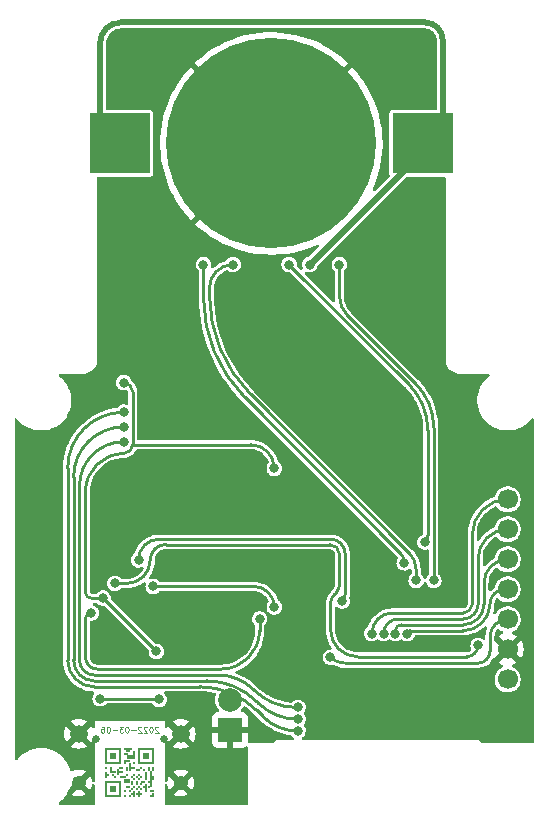
<source format=gbr>
%TF.GenerationSoftware,KiCad,Pcbnew,(6.0.2-0)*%
%TF.CreationDate,2022-03-07T07:03:39+00:00*%
%TF.ProjectId,Display,44697370-6c61-4792-9e6b-696361645f70,5*%
%TF.SameCoordinates,Original*%
%TF.FileFunction,Copper,L2,Bot*%
%TF.FilePolarity,Positive*%
%FSLAX46Y46*%
G04 Gerber Fmt 4.6, Leading zero omitted, Abs format (unit mm)*
G04 Created by KiCad (PCBNEW (6.0.2-0)) date 2022-03-07 07:03:39*
%MOMM*%
%LPD*%
G01*
G04 APERTURE LIST*
%ADD10C,0.100000*%
%TA.AperFunction,NonConductor*%
%ADD11C,0.100000*%
%TD*%
%TA.AperFunction,ComponentPad*%
%ADD12R,2.000000X2.000000*%
%TD*%
%TA.AperFunction,ComponentPad*%
%ADD13C,2.000000*%
%TD*%
%TA.AperFunction,ComponentPad*%
%ADD14C,0.670000*%
%TD*%
%TA.AperFunction,ComponentPad*%
%ADD15C,1.250000*%
%TD*%
%TA.AperFunction,ComponentPad*%
%ADD16C,1.500000*%
%TD*%
%TA.AperFunction,ComponentPad*%
%ADD17C,1.700000*%
%TD*%
%TA.AperFunction,SMDPad,CuDef*%
%ADD18R,1.400000X0.200000*%
%TD*%
%TA.AperFunction,SMDPad,CuDef*%
%ADD19R,0.800000X0.200000*%
%TD*%
%TA.AperFunction,SMDPad,CuDef*%
%ADD20R,0.200000X1.200000*%
%TD*%
%TA.AperFunction,SMDPad,CuDef*%
%ADD21R,0.400000X0.200000*%
%TD*%
%TA.AperFunction,SMDPad,CuDef*%
%ADD22R,0.200000X0.800000*%
%TD*%
%TA.AperFunction,SMDPad,CuDef*%
%ADD23R,0.600000X0.600000*%
%TD*%
%TA.AperFunction,SMDPad,CuDef*%
%ADD24R,0.600000X0.400000*%
%TD*%
%TA.AperFunction,SMDPad,CuDef*%
%ADD25R,0.600000X0.200000*%
%TD*%
%TA.AperFunction,SMDPad,CuDef*%
%ADD26R,1.000000X0.200000*%
%TD*%
%TA.AperFunction,SMDPad,CuDef*%
%ADD27R,0.200000X0.200000*%
%TD*%
%TA.AperFunction,SMDPad,CuDef*%
%ADD28R,0.200000X0.600000*%
%TD*%
%TA.AperFunction,SMDPad,CuDef*%
%ADD29R,0.200000X0.400000*%
%TD*%
%TA.AperFunction,SMDPad,CuDef*%
%ADD30R,0.200000X1.400000*%
%TD*%
%TA.AperFunction,SMDPad,CuDef*%
%ADD31R,5.100000X5.100000*%
%TD*%
%TA.AperFunction,SMDPad,CuDef*%
%ADD32C,17.800000*%
%TD*%
%TA.AperFunction,ViaPad*%
%ADD33C,0.800000*%
%TD*%
%TA.AperFunction,Conductor*%
%ADD34C,0.250000*%
%TD*%
%TA.AperFunction,Conductor*%
%ADD35C,0.500000*%
%TD*%
G04 APERTURE END LIST*
D10*
%TO.C,U5*%
D11*
X90428571Y-145173809D02*
X90404761Y-145150000D01*
X90357142Y-145126190D01*
X90238095Y-145126190D01*
X90190476Y-145150000D01*
X90166666Y-145173809D01*
X90142857Y-145221428D01*
X90142857Y-145269047D01*
X90166666Y-145340476D01*
X90452380Y-145626190D01*
X90142857Y-145626190D01*
X89833333Y-145126190D02*
X89785714Y-145126190D01*
X89738095Y-145150000D01*
X89714285Y-145173809D01*
X89690476Y-145221428D01*
X89666666Y-145316666D01*
X89666666Y-145435714D01*
X89690476Y-145530952D01*
X89714285Y-145578571D01*
X89738095Y-145602380D01*
X89785714Y-145626190D01*
X89833333Y-145626190D01*
X89880952Y-145602380D01*
X89904761Y-145578571D01*
X89928571Y-145530952D01*
X89952380Y-145435714D01*
X89952380Y-145316666D01*
X89928571Y-145221428D01*
X89904761Y-145173809D01*
X89880952Y-145150000D01*
X89833333Y-145126190D01*
X89476190Y-145173809D02*
X89452380Y-145150000D01*
X89404761Y-145126190D01*
X89285714Y-145126190D01*
X89238095Y-145150000D01*
X89214285Y-145173809D01*
X89190476Y-145221428D01*
X89190476Y-145269047D01*
X89214285Y-145340476D01*
X89500000Y-145626190D01*
X89190476Y-145626190D01*
X89000000Y-145173809D02*
X88976190Y-145150000D01*
X88928571Y-145126190D01*
X88809523Y-145126190D01*
X88761904Y-145150000D01*
X88738095Y-145173809D01*
X88714285Y-145221428D01*
X88714285Y-145269047D01*
X88738095Y-145340476D01*
X89023809Y-145626190D01*
X88714285Y-145626190D01*
X88500000Y-145435714D02*
X88119047Y-145435714D01*
X87785714Y-145126190D02*
X87738095Y-145126190D01*
X87690476Y-145150000D01*
X87666666Y-145173809D01*
X87642857Y-145221428D01*
X87619047Y-145316666D01*
X87619047Y-145435714D01*
X87642857Y-145530952D01*
X87666666Y-145578571D01*
X87690476Y-145602380D01*
X87738095Y-145626190D01*
X87785714Y-145626190D01*
X87833333Y-145602380D01*
X87857142Y-145578571D01*
X87880952Y-145530952D01*
X87904761Y-145435714D01*
X87904761Y-145316666D01*
X87880952Y-145221428D01*
X87857142Y-145173809D01*
X87833333Y-145150000D01*
X87785714Y-145126190D01*
X87452380Y-145126190D02*
X87142857Y-145126190D01*
X87309523Y-145316666D01*
X87238095Y-145316666D01*
X87190476Y-145340476D01*
X87166666Y-145364285D01*
X87142857Y-145411904D01*
X87142857Y-145530952D01*
X87166666Y-145578571D01*
X87190476Y-145602380D01*
X87238095Y-145626190D01*
X87380952Y-145626190D01*
X87428571Y-145602380D01*
X87452380Y-145578571D01*
X86928571Y-145435714D02*
X86547619Y-145435714D01*
X86214285Y-145126190D02*
X86166666Y-145126190D01*
X86119047Y-145150000D01*
X86095238Y-145173809D01*
X86071428Y-145221428D01*
X86047619Y-145316666D01*
X86047619Y-145435714D01*
X86071428Y-145530952D01*
X86095238Y-145578571D01*
X86119047Y-145602380D01*
X86166666Y-145626190D01*
X86214285Y-145626190D01*
X86261904Y-145602380D01*
X86285714Y-145578571D01*
X86309523Y-145530952D01*
X86333333Y-145435714D01*
X86333333Y-145316666D01*
X86309523Y-145221428D01*
X86285714Y-145173809D01*
X86261904Y-145150000D01*
X86214285Y-145126190D01*
X85619047Y-145126190D02*
X85714285Y-145126190D01*
X85761904Y-145150000D01*
X85785714Y-145173809D01*
X85833333Y-145245238D01*
X85857142Y-145340476D01*
X85857142Y-145530952D01*
X85833333Y-145578571D01*
X85809523Y-145602380D01*
X85761904Y-145626190D01*
X85666666Y-145626190D01*
X85619047Y-145602380D01*
X85595238Y-145578571D01*
X85571428Y-145530952D01*
X85571428Y-145411904D01*
X85595238Y-145364285D01*
X85619047Y-145340476D01*
X85666666Y-145316666D01*
X85761904Y-145316666D01*
X85809523Y-145340476D01*
X85833333Y-145364285D01*
X85857142Y-145411904D01*
%TD*%
D12*
%TO.P,J1,1,GND*%
%TO.N,GND*%
X96500000Y-145400000D03*
D13*
%TO.P,J1,2,DC*%
%TO.N,DC*%
X96500000Y-142860000D03*
%TD*%
D14*
%TO.P,J2,S1,SHIELD*%
%TO.N,GND*%
X90890000Y-146210000D03*
D15*
X92320000Y-149890000D03*
D16*
X83680000Y-145720000D03*
X92320000Y-145720000D03*
D14*
X85110000Y-146210000D03*
D15*
X83680000Y-149890000D03*
%TD*%
D17*
%TO.P,M1,1,Vcc*%
%TO.N,+3V3*%
X120000000Y-141120000D03*
%TO.P,M1,2,GND*%
%TO.N,GND*%
X120000000Y-138580000D03*
%TO.P,M1,3,DIN*%
%TO.N,OLED-MOSI*%
X120000000Y-136040000D03*
%TO.P,M1,4,CLK*%
%TO.N,OLED-SCLK*%
X120000000Y-133500000D03*
%TO.P,M1,5,CS*%
%TO.N,OLED-CS0*%
X120000000Y-130960000D03*
%TO.P,M1,6,DC*%
%TO.N,OLED-DC*%
X120000000Y-128420000D03*
%TO.P,M1,7,RST*%
%TO.N,OLED-RST*%
X120000000Y-125880000D03*
%TD*%
D18*
%TO.P,U5,*%
%TO.N,*%
X86600000Y-147000000D03*
D19*
X87900000Y-147000000D03*
D18*
X89400000Y-147000000D03*
D20*
X86000000Y-147700000D03*
X87200000Y-147700000D03*
D21*
X87900000Y-147200000D03*
D22*
X88400000Y-147500000D03*
D20*
X88800000Y-147700000D03*
X90000000Y-147700000D03*
D23*
X86600000Y-147600000D03*
D21*
X87700000Y-147400000D03*
D23*
X89400000Y-147600000D03*
D24*
X88000000Y-147700000D03*
D25*
X87800000Y-148000000D03*
D26*
X86600000Y-148200000D03*
D27*
X87600000Y-148200000D03*
D22*
X88000000Y-148500000D03*
D27*
X88400000Y-148200000D03*
D26*
X89400000Y-148200000D03*
D27*
X86000000Y-148600000D03*
D28*
X86400000Y-148800000D03*
D21*
X87300000Y-148600000D03*
D29*
X87800000Y-148700000D03*
D21*
X88300000Y-148600000D03*
D27*
X89000000Y-148600000D03*
D29*
X89600000Y-148700000D03*
X90000000Y-148700000D03*
D28*
X87000000Y-149000000D03*
D21*
X88700000Y-148800000D03*
D27*
X89200000Y-148800000D03*
D28*
X86000000Y-149200000D03*
D21*
X86700000Y-149000000D03*
X87300000Y-149000000D03*
D22*
X89400000Y-149300000D03*
D30*
X89800000Y-149600000D03*
D27*
X86200000Y-149200000D03*
X86600000Y-149200000D03*
X87800000Y-149200000D03*
X88400000Y-149200000D03*
X88800000Y-149200000D03*
X86800000Y-149400000D03*
D25*
X87400000Y-149400000D03*
D27*
X88200000Y-149400000D03*
X88600000Y-149400000D03*
X89000000Y-149400000D03*
D29*
X90000000Y-149500000D03*
D24*
X87800000Y-149700000D03*
D27*
X88400000Y-149600000D03*
X88800000Y-149600000D03*
D18*
X86600000Y-149800000D03*
D29*
X88200000Y-149900000D03*
X88600000Y-149900000D03*
D21*
X89100000Y-149800000D03*
D27*
X89600000Y-149800000D03*
D20*
X86000000Y-150500000D03*
X87200000Y-150500000D03*
D27*
X89000000Y-150000000D03*
D22*
X89400000Y-150300000D03*
D23*
X86600000Y-150400000D03*
D21*
X87900000Y-150200000D03*
D27*
X88400000Y-150200000D03*
X88800000Y-150200000D03*
X89200000Y-150200000D03*
X89600000Y-150200000D03*
X88200000Y-150400000D03*
X88600000Y-150400000D03*
X89000000Y-150400000D03*
X87600000Y-150600000D03*
X88000000Y-150600000D03*
D28*
X88400000Y-150800000D03*
X88800000Y-150800000D03*
D21*
X89900000Y-150600000D03*
D27*
X88200000Y-150800000D03*
X88600000Y-150800000D03*
X89000000Y-150800000D03*
D29*
X90000000Y-150900000D03*
D26*
X86600000Y-151000000D03*
D27*
X87600000Y-151000000D03*
X88000000Y-151000000D03*
X89800000Y-151000000D03*
%TD*%
D31*
%TO.P,BT1,1,+*%
%TO.N,Net-(BT1-Pad1)*%
X112800000Y-95750000D03*
X87200000Y-95750000D03*
D32*
%TO.P,BT1,2,-*%
%TO.N,GND*%
X100000000Y-95750000D03*
%TD*%
D33*
%TO.N,GND*%
X100237701Y-131474500D03*
%TO.N,+3V3*%
X100250000Y-123250000D03*
X113000000Y-129500000D03*
X101500000Y-106000000D03*
X85750000Y-134250000D03*
X90262299Y-138762299D03*
X87500000Y-116000000D03*
%TO.N,VBUS*%
X85500000Y-142750000D03*
X90500983Y-142822438D03*
%TO.N,O*%
X99000000Y-136000000D03*
X84750000Y-135500000D03*
%TO.N,I*%
X100250000Y-135000000D03*
X90000000Y-133250000D03*
%TO.N,EN*%
X117500000Y-138250000D03*
X86750000Y-133000000D03*
%TO.N,BOOT*%
X88750000Y-131000000D03*
X106000000Y-134500000D03*
%TO.N,G*%
X102250000Y-144500000D03*
X87500000Y-119750000D03*
%TO.N,R*%
X87500000Y-118500000D03*
X102250000Y-145500000D03*
%TO.N,B*%
X102250000Y-143500000D03*
X87500000Y-121000000D03*
%TO.N,TICK*%
X113750000Y-132750000D03*
X105750000Y-106000000D03*
%TO.N,Net-(BT1-Pad1)*%
X103250000Y-106000000D03*
%TO.N,GPSTX*%
X96750000Y-106000000D03*
X112250000Y-132750000D03*
%TO.N,GPSRX*%
X111250000Y-131250000D03*
X94250000Y-106000000D03*
%TO.N,OLED-MOSI*%
X105000000Y-139250000D03*
%TO.N,OLED-SCLK*%
X111500000Y-137250000D03*
%TO.N,OLED-CS0*%
X110500000Y-137250000D03*
%TO.N,OLED-DC*%
X109500497Y-137250000D03*
%TO.N,OLED-RST*%
X108500000Y-137250000D03*
%TD*%
D34*
%TO.N,+3V3*%
X90262299Y-138762299D02*
X85750000Y-134250000D01*
X88250000Y-121250000D02*
X88250000Y-116750000D01*
X84250000Y-133750000D02*
X84250000Y-125250000D01*
X111625000Y-116125000D02*
X101500000Y-106000000D01*
X113250000Y-128896447D02*
X113250000Y-120048097D01*
X88250000Y-121250000D02*
X98250000Y-121250000D01*
X85750000Y-134250000D02*
X84750000Y-134250000D01*
X87500000Y-122000000D02*
G75*
G03*
X84250000Y-125250000I0J-3250000D01*
G01*
X88250000Y-121250000D02*
G75*
G02*
X87500000Y-122000000I-750000J0D01*
G01*
X113250000Y-128896447D02*
G75*
G02*
X113000000Y-129500000I-853556J2D01*
G01*
X87500000Y-116000000D02*
G75*
G02*
X88250000Y-116750000I0J-750000D01*
G01*
X111625000Y-116125000D02*
G75*
G02*
X113250000Y-120048097I-3923099J-3923098D01*
G01*
X84250000Y-133750000D02*
G75*
G03*
X84750000Y-134250000I500001J1D01*
G01*
X100250000Y-123250000D02*
G75*
G03*
X98250000Y-121250000I-1999999J1D01*
G01*
%TO.N,VBUS*%
X90428545Y-142750000D02*
X90500983Y-142822438D01*
X85500000Y-142750000D02*
X90428545Y-142750000D01*
%TO.N,O*%
X95750000Y-140250000D02*
X85250000Y-140250000D01*
X84250000Y-139250000D02*
X84250000Y-136000000D01*
X99000000Y-136000000D02*
X99000000Y-137000000D01*
X95750000Y-140250000D02*
G75*
G03*
X99000000Y-137000000I0J3250000D01*
G01*
X84250000Y-139250000D02*
G75*
G03*
X85250000Y-140250000I999999J-1D01*
G01*
X84750000Y-135500000D02*
G75*
G03*
X84250000Y-136000000I1J-500001D01*
G01*
%TO.N,I*%
X90000000Y-133250000D02*
X98500000Y-133250000D01*
X100250000Y-135000000D02*
G75*
G03*
X98500000Y-133250000I-1750000J0D01*
G01*
%TO.N,EN*%
X87750000Y-133000000D02*
X86750000Y-133000000D01*
X104956230Y-129706230D02*
X91043770Y-129706230D01*
X105000000Y-136899020D02*
X105000000Y-134750000D01*
X116550490Y-139199510D02*
X107300490Y-139199510D01*
X105353554Y-133896446D02*
X105500000Y-133750000D01*
X105750000Y-133146447D02*
X105750000Y-130500000D01*
X105750000Y-133146447D02*
G75*
G02*
X105500000Y-133750000I-853552J0D01*
G01*
X105000000Y-136899020D02*
G75*
G03*
X107300490Y-139199510I2300490J0D01*
G01*
X104956230Y-129706230D02*
G75*
G02*
X105750000Y-130500000I-1J-793771D01*
G01*
X89750000Y-131000000D02*
G75*
G02*
X91043770Y-129706230I1293768J2D01*
G01*
X87750000Y-133000000D02*
G75*
G03*
X89750000Y-131000000I1J1999999D01*
G01*
X116550490Y-139199510D02*
G75*
G03*
X117500000Y-138250000I0J949510D01*
G01*
X105353554Y-133896446D02*
G75*
G03*
X105000000Y-134750000I853557J-853556D01*
G01*
%TO.N,BOOT*%
X105000000Y-129250000D02*
X90500000Y-129250000D01*
X106250000Y-133896447D02*
X106250000Y-130500000D01*
X106250000Y-133896447D02*
G75*
G02*
X106000000Y-134500000I-853556J2D01*
G01*
X105000000Y-129250000D02*
G75*
G02*
X106250000Y-130500000I-2J-1250002D01*
G01*
X88750000Y-131000000D02*
G75*
G02*
X90500000Y-129250000I1750000J0D01*
G01*
%TO.N,G*%
X94525127Y-141250000D02*
X85000000Y-141250000D01*
X98835787Y-143085786D02*
X98750000Y-143000000D01*
X83250000Y-139500000D02*
X83250000Y-124000000D01*
X94525127Y-141250000D02*
G75*
G02*
X98750000Y-143000000I1J-5974869D01*
G01*
X87500000Y-119750000D02*
G75*
G03*
X83250000Y-124000000I-1J-4249999D01*
G01*
X98835787Y-143085786D02*
G75*
G03*
X102250000Y-144500000I3414212J3414207D01*
G01*
X83250000Y-139500000D02*
G75*
G03*
X85000000Y-141250000I1750000J0D01*
G01*
%TO.N,R*%
X82750000Y-139500000D02*
X82750000Y-123250000D01*
X99262562Y-144262562D02*
X98750000Y-143750000D01*
X93921573Y-141750000D02*
X85000000Y-141750000D01*
X99262562Y-144262562D02*
G75*
G03*
X102250000Y-145500000I2987439J2987439D01*
G01*
X82750000Y-139500000D02*
G75*
G03*
X85000000Y-141750000I2250001J1D01*
G01*
X87500000Y-118500000D02*
G75*
G03*
X82750000Y-123250000I1J-4750001D01*
G01*
X93921573Y-141750001D02*
G75*
G02*
X98749999Y-143750001I1J-6828424D01*
G01*
%TO.N,B*%
X102250000Y-143500000D02*
X102121320Y-143500000D01*
X95482234Y-140750000D02*
X85000000Y-140750000D01*
X83750000Y-139500000D02*
X83750000Y-124750000D01*
X83750000Y-139500000D02*
G75*
G03*
X85000000Y-140750000I1250002J2D01*
G01*
X87500000Y-121000000D02*
G75*
G03*
X83750000Y-124750000I1J-3750001D01*
G01*
X98500000Y-142000000D02*
G75*
G03*
X102121320Y-143500000I3621319J3621317D01*
G01*
X95482234Y-140750000D02*
G75*
G02*
X98500000Y-142000000I1J-4267761D01*
G01*
%TO.N,TICK*%
X113750000Y-132750000D02*
X113750000Y-119816435D01*
X105750000Y-108634456D02*
X105750000Y-106000000D01*
X112192852Y-116057148D02*
X106442852Y-110307148D01*
X105750000Y-108634456D02*
G75*
G03*
X106442852Y-110307148I2365552J4D01*
G01*
X112192852Y-116057148D02*
G75*
G02*
X113750000Y-119816435I-3759288J-3759288D01*
G01*
D35*
%TO.N,Net-(BT1-Pad1)*%
X85500000Y-94050000D02*
X85500000Y-87250000D01*
X112305025Y-96944974D02*
X103250000Y-106000000D01*
X87250000Y-85500000D02*
X113000000Y-85500000D01*
X114500000Y-87000000D02*
X114500000Y-94050000D01*
X114500000Y-87000000D02*
G75*
G03*
X113000000Y-85500000I-1500001J-1D01*
G01*
X112800000Y-95750000D02*
G75*
G03*
X114500000Y-94050000I2J1699998D01*
G01*
X87250000Y-85500000D02*
G75*
G03*
X85500000Y-87250000I0J-1750000D01*
G01*
X85500000Y-94050000D02*
G75*
G03*
X87200000Y-95750000I1699998J-2D01*
G01*
X112305025Y-96944974D02*
G75*
G03*
X112800000Y-95750000I-1194976J1194976D01*
G01*
D34*
%TO.N,GPSTX*%
X112250000Y-131810660D02*
X112250000Y-132750000D01*
X94750000Y-108000000D02*
X94750000Y-108550253D01*
X98250000Y-117000000D02*
X111676776Y-130426776D01*
X98250000Y-117000000D02*
G75*
G02*
X94750000Y-108550253I8449754J8449750D01*
G01*
X94750000Y-108000000D02*
G75*
G02*
X96750000Y-106000000I1999999J1D01*
G01*
X112249999Y-131810660D02*
G75*
G03*
X111676775Y-130426777I-1957103J1D01*
G01*
%TO.N,GPSRX*%
X94250000Y-106000000D02*
X94250000Y-108800253D01*
X97750000Y-117250000D02*
X110896447Y-130396447D01*
X97750000Y-117250000D02*
G75*
G02*
X94250000Y-108800253I8449754J8449750D01*
G01*
X111250000Y-131250000D02*
G75*
G03*
X110896447Y-130396447I-1207116J-4D01*
G01*
%TO.N,OLED-MOSI*%
X118500000Y-137540000D02*
X118500000Y-138750000D01*
X117500000Y-139750000D02*
X106207106Y-139750000D01*
X117500000Y-139750000D02*
G75*
G03*
X118500000Y-138750000I1J999999D01*
G01*
X118500000Y-137540000D02*
G75*
G02*
X120000000Y-136040000I1500001J-1D01*
G01*
X105000000Y-139250000D02*
G75*
G03*
X106207106Y-139750000I1207107J1207108D01*
G01*
%TO.N,OLED-SCLK*%
X119750000Y-133500000D02*
X120000000Y-133500000D01*
X116250000Y-137000000D02*
X111750000Y-137000000D01*
X118500000Y-134750000D02*
G75*
G02*
X116250000Y-137000000I-2250001J1D01*
G01*
X111500000Y-137250000D02*
G75*
G02*
X111750000Y-137000000I249999J1D01*
G01*
X119750000Y-133500000D02*
G75*
G03*
X118500000Y-134750000I2J-1250002D01*
G01*
%TO.N,OLED-CS0*%
X118000000Y-132960000D02*
X118000000Y-134750000D01*
X110500000Y-137000000D02*
X110500000Y-137250000D01*
X116250000Y-136500000D02*
X111000000Y-136500000D01*
X118000000Y-132960000D02*
G75*
G02*
X120000000Y-130960000I1999999J1D01*
G01*
X116250000Y-136500000D02*
G75*
G03*
X118000000Y-134750000I0J1750000D01*
G01*
X110500000Y-137000000D02*
G75*
G02*
X111000000Y-136500000I500001J-1D01*
G01*
%TO.N,OLED-DC*%
X117500000Y-130920000D02*
X117500000Y-134750000D01*
X116250000Y-136000000D02*
X110750497Y-136000000D01*
X116250000Y-136000000D02*
G75*
G03*
X117500000Y-134750000I-2J1250002D01*
G01*
X109500497Y-137250000D02*
G75*
G02*
X110750497Y-136000000I1250002J-2D01*
G01*
X117500000Y-130920000D02*
G75*
G02*
X120000000Y-128420000I2500000J0D01*
G01*
%TO.N,OLED-RST*%
X117000000Y-134750000D02*
X117000000Y-128880000D01*
X110250000Y-135500000D02*
X116250000Y-135500000D01*
X110250000Y-135500000D02*
G75*
G03*
X108500000Y-137250000I0J-1750000D01*
G01*
X120000000Y-125880000D02*
G75*
G03*
X117000000Y-128880000I1J-3000001D01*
G01*
X117000000Y-134750000D02*
G75*
G02*
X116250000Y-135500000I-750000J0D01*
G01*
%TD*%
%TA.AperFunction,Conductor*%
%TO.N,GND*%
G36*
X112970331Y-86006000D02*
G01*
X112984901Y-86008269D01*
X112984904Y-86008269D01*
X112993773Y-86009650D01*
X113006238Y-86008020D01*
X113033552Y-86007436D01*
X113117867Y-86014812D01*
X113161888Y-86018664D01*
X113183511Y-86022476D01*
X113297914Y-86053130D01*
X113329833Y-86061683D01*
X113350472Y-86069195D01*
X113487760Y-86133214D01*
X113506780Y-86144196D01*
X113630868Y-86231083D01*
X113647693Y-86245201D01*
X113754799Y-86352307D01*
X113768917Y-86369132D01*
X113855804Y-86493220D01*
X113866786Y-86512240D01*
X113930805Y-86649528D01*
X113938317Y-86670167D01*
X113953764Y-86727814D01*
X113977523Y-86816485D01*
X113981337Y-86838115D01*
X113991965Y-86959597D01*
X113991415Y-86975924D01*
X113991841Y-86975929D01*
X113991732Y-86984898D01*
X113990350Y-86993773D01*
X113994436Y-87025017D01*
X113994436Y-87025019D01*
X113995500Y-87041357D01*
X113995500Y-92819500D01*
X113975498Y-92887621D01*
X113921842Y-92934114D01*
X113869500Y-92945500D01*
X110401469Y-92945501D01*
X110224934Y-92945501D01*
X110189182Y-92952612D01*
X110162874Y-92957844D01*
X110162872Y-92957845D01*
X110150699Y-92960266D01*
X110140379Y-92967161D01*
X110140378Y-92967162D01*
X110138461Y-92968443D01*
X110066516Y-93016516D01*
X110010266Y-93100699D01*
X109995500Y-93174933D01*
X109995501Y-98325066D01*
X110010266Y-98399301D01*
X110017096Y-98409523D01*
X110024675Y-98480035D01*
X109989773Y-98546755D01*
X108784736Y-99751792D01*
X108722424Y-99785818D01*
X108651609Y-99780753D01*
X108594773Y-99738206D01*
X108569962Y-99671686D01*
X108581586Y-99609148D01*
X108644512Y-99475120D01*
X108646114Y-99471401D01*
X108866884Y-98909502D01*
X108868241Y-98905692D01*
X109052293Y-98330714D01*
X109053399Y-98326832D01*
X109199966Y-97741165D01*
X109200818Y-97737221D01*
X109309281Y-97143335D01*
X109309882Y-97139310D01*
X109379790Y-96539698D01*
X109380132Y-96535621D01*
X109411238Y-95932012D01*
X109411318Y-95929395D01*
X109413027Y-95751337D01*
X109412997Y-95748661D01*
X109393486Y-95144588D01*
X109393223Y-95140530D01*
X109334836Y-94539662D01*
X109334316Y-94535652D01*
X109237275Y-93939796D01*
X109236487Y-93935783D01*
X109101206Y-93347474D01*
X109100160Y-93343518D01*
X108927195Y-92765163D01*
X108925897Y-92761282D01*
X108715959Y-92195262D01*
X108714433Y-92191524D01*
X108468405Y-91640231D01*
X108466625Y-91636566D01*
X108185537Y-91102303D01*
X108183528Y-91098768D01*
X107868550Y-90583762D01*
X107866322Y-90580371D01*
X107518748Y-90086739D01*
X107516322Y-90083520D01*
X107137619Y-89613349D01*
X107134975Y-89610276D01*
X106842813Y-89291994D01*
X106829209Y-89283792D01*
X106828810Y-89283804D01*
X106820017Y-89289193D01*
X93541267Y-102567943D01*
X93533653Y-102581887D01*
X93533677Y-102582226D01*
X93539500Y-102590858D01*
X93872715Y-102895660D01*
X93875846Y-102898344D01*
X94346614Y-103276175D01*
X94349897Y-103278640D01*
X94844088Y-103625319D01*
X94847515Y-103627562D01*
X95363060Y-103941635D01*
X95366595Y-103943635D01*
X95901368Y-104223802D01*
X95905006Y-104225561D01*
X96456712Y-104470619D01*
X96460502Y-104472158D01*
X97026872Y-104681103D01*
X97030737Y-104682389D01*
X97609415Y-104854350D01*
X97613356Y-104855384D01*
X98201917Y-104989642D01*
X98205912Y-104990419D01*
X98801930Y-105086419D01*
X98805969Y-105086936D01*
X99406918Y-105144272D01*
X99410987Y-105144528D01*
X100014384Y-105162964D01*
X100018470Y-105162956D01*
X100621812Y-105142414D01*
X100625856Y-105142145D01*
X101226622Y-105082710D01*
X101230658Y-105082179D01*
X101826321Y-104984102D01*
X101830324Y-104983309D01*
X102418425Y-104846995D01*
X102422345Y-104845952D01*
X103000442Y-104671964D01*
X103004275Y-104670674D01*
X103569914Y-104459753D01*
X103573707Y-104458197D01*
X103863598Y-104328219D01*
X103933940Y-104318600D01*
X103998316Y-104348538D01*
X104036286Y-104408528D01*
X104035796Y-104479523D01*
X104004243Y-104532286D01*
X103222044Y-105314485D01*
X103162363Y-105347909D01*
X103129688Y-105355753D01*
X103027563Y-105380271D01*
X103027560Y-105380272D01*
X103020184Y-105382043D01*
X102879414Y-105454700D01*
X102760039Y-105558838D01*
X102668950Y-105688444D01*
X102611406Y-105836037D01*
X102610414Y-105843570D01*
X102610414Y-105843571D01*
X102604147Y-105891178D01*
X102590729Y-105993096D01*
X102595484Y-106036162D01*
X102603518Y-106108930D01*
X102608113Y-106150553D01*
X102610723Y-106157684D01*
X102610723Y-106157686D01*
X102654890Y-106278379D01*
X102659516Y-106349225D01*
X102625106Y-106411325D01*
X102562584Y-106444964D01*
X102491801Y-106439461D01*
X102447469Y-106410775D01*
X102190143Y-106153449D01*
X102156117Y-106091137D01*
X102154495Y-106046601D01*
X102158581Y-106017892D01*
X102158581Y-106017886D01*
X102159162Y-106013807D01*
X102159307Y-106000000D01*
X102140276Y-105842733D01*
X102084280Y-105694546D01*
X101994553Y-105563992D01*
X101876275Y-105458611D01*
X101868889Y-105454700D01*
X101742988Y-105388039D01*
X101742989Y-105388039D01*
X101736274Y-105384484D01*
X101582633Y-105345892D01*
X101575034Y-105345852D01*
X101575033Y-105345852D01*
X101509181Y-105345507D01*
X101424221Y-105345062D01*
X101416841Y-105346834D01*
X101416839Y-105346834D01*
X101277563Y-105380271D01*
X101277560Y-105380272D01*
X101270184Y-105382043D01*
X101129414Y-105454700D01*
X101010039Y-105558838D01*
X100918950Y-105688444D01*
X100861406Y-105836037D01*
X100860414Y-105843570D01*
X100860414Y-105843571D01*
X100854147Y-105891178D01*
X100840729Y-105993096D01*
X100845484Y-106036162D01*
X100853518Y-106108930D01*
X100858113Y-106150553D01*
X100860723Y-106157684D01*
X100860723Y-106157686D01*
X100902947Y-106273068D01*
X100912553Y-106299319D01*
X101000908Y-106430805D01*
X101006527Y-106435918D01*
X101006528Y-106435919D01*
X101048399Y-106474018D01*
X101118076Y-106537419D01*
X101257293Y-106613008D01*
X101410522Y-106653207D01*
X101507138Y-106654725D01*
X101568772Y-106655693D01*
X101636570Y-106676762D01*
X101655888Y-106692582D01*
X111328519Y-116365213D01*
X111341359Y-116380246D01*
X111353308Y-116396692D01*
X111362873Y-116403641D01*
X111381331Y-116420044D01*
X111628776Y-116687729D01*
X111635201Y-116695252D01*
X111880323Y-117006186D01*
X111886132Y-117014182D01*
X112057420Y-117270533D01*
X112106109Y-117343402D01*
X112111278Y-117351838D01*
X112304734Y-117697278D01*
X112309225Y-117706091D01*
X112433160Y-117974925D01*
X112474991Y-118065664D01*
X112478777Y-118074804D01*
X112615819Y-118446274D01*
X112618876Y-118455683D01*
X112726349Y-118836754D01*
X112728654Y-118846355D01*
X112741944Y-118913166D01*
X112805899Y-119234690D01*
X112807447Y-119244461D01*
X112853985Y-119637661D01*
X112854761Y-119647524D01*
X112868097Y-119986916D01*
X112869073Y-120011765D01*
X112867618Y-120036423D01*
X112865769Y-120048097D01*
X112867320Y-120057890D01*
X112867320Y-120057891D01*
X112868949Y-120068174D01*
X112870500Y-120087885D01*
X112870500Y-128758628D01*
X112850498Y-128826749D01*
X112796842Y-128873242D01*
X112784628Y-128877454D01*
X112784690Y-128877621D01*
X112777564Y-128880271D01*
X112770184Y-128882043D01*
X112629414Y-128954700D01*
X112510039Y-129058838D01*
X112418950Y-129188444D01*
X112401538Y-129233104D01*
X112371693Y-129309653D01*
X112361406Y-129336037D01*
X112360414Y-129343570D01*
X112360414Y-129343571D01*
X112348538Y-129433782D01*
X112340729Y-129493096D01*
X112344526Y-129527485D01*
X112355747Y-129629121D01*
X112358113Y-129650553D01*
X112360723Y-129657684D01*
X112360723Y-129657686D01*
X112399709Y-129764220D01*
X112412553Y-129799319D01*
X112416789Y-129805622D01*
X112416789Y-129805623D01*
X112451966Y-129857971D01*
X112500908Y-129930805D01*
X112506527Y-129935918D01*
X112506528Y-129935919D01*
X112534945Y-129961776D01*
X112618076Y-130037419D01*
X112757293Y-130113008D01*
X112910522Y-130153207D01*
X112994477Y-130154526D01*
X113061319Y-130155576D01*
X113061322Y-130155576D01*
X113068916Y-130155695D01*
X113076320Y-130153999D01*
X113076322Y-130153999D01*
X113216371Y-130121924D01*
X113287238Y-130126213D01*
X113344536Y-130168136D01*
X113370073Y-130234380D01*
X113370500Y-130244744D01*
X113370500Y-132155187D01*
X113350498Y-132223308D01*
X113327330Y-132250135D01*
X113260039Y-132308838D01*
X113168950Y-132438444D01*
X113166190Y-132445524D01*
X113166188Y-132445527D01*
X113117060Y-132571535D01*
X113073680Y-132627737D01*
X113006801Y-132651564D01*
X112937657Y-132635451D01*
X112888201Y-132584513D01*
X112881801Y-132570305D01*
X112879816Y-132565052D01*
X112834280Y-132444546D01*
X112802270Y-132397971D01*
X112748855Y-132320251D01*
X112748854Y-132320249D01*
X112744553Y-132313992D01*
X112671681Y-132249065D01*
X112634126Y-132188816D01*
X112629500Y-132154989D01*
X112629500Y-131850448D01*
X112631051Y-131830737D01*
X112632680Y-131820454D01*
X112632680Y-131820453D01*
X112634231Y-131810660D01*
X112632679Y-131800863D01*
X112632679Y-131798071D01*
X112632247Y-131794035D01*
X112632079Y-131791042D01*
X112618466Y-131548631D01*
X112574505Y-131289897D01*
X112501852Y-131037711D01*
X112483372Y-130993096D01*
X112402774Y-130798515D01*
X112402772Y-130798510D01*
X112401420Y-130795247D01*
X112274471Y-130565551D01*
X112143119Y-130380428D01*
X112124648Y-130354396D01*
X112124647Y-130354395D01*
X112122603Y-130351514D01*
X112120243Y-130348873D01*
X111958827Y-130168247D01*
X111956268Y-130165075D01*
X111954294Y-130163101D01*
X111948468Y-130155083D01*
X111940449Y-130149257D01*
X111940447Y-130149255D01*
X111932020Y-130143133D01*
X111916985Y-130130291D01*
X98546481Y-116759787D01*
X98533640Y-116744753D01*
X98527521Y-116736330D01*
X98527519Y-116736328D01*
X98521692Y-116728308D01*
X98513672Y-116722481D01*
X98513669Y-116722478D01*
X98510371Y-116720082D01*
X98492873Y-116704708D01*
X98074916Y-116262620D01*
X98070206Y-116257350D01*
X97767022Y-115898308D01*
X97656034Y-115766872D01*
X97651631Y-115761350D01*
X97616387Y-115714518D01*
X97499225Y-115558838D01*
X97265635Y-115248450D01*
X97261545Y-115242686D01*
X96904903Y-114708934D01*
X96901143Y-114702950D01*
X96712936Y-114383894D01*
X96574987Y-114150037D01*
X96571574Y-114143861D01*
X96501973Y-114009134D01*
X96276936Y-113573534D01*
X96273873Y-113567173D01*
X96011663Y-112981191D01*
X96008975Y-112974698D01*
X95780049Y-112374976D01*
X95777714Y-112368306D01*
X95582768Y-111756669D01*
X95580812Y-111749878D01*
X95420475Y-111128301D01*
X95418902Y-111121410D01*
X95293667Y-110491812D01*
X95292483Y-110484845D01*
X95230172Y-110043475D01*
X95202743Y-109849191D01*
X95201954Y-109842181D01*
X95147999Y-109202518D01*
X95147603Y-109195462D01*
X95132190Y-108646123D01*
X95130540Y-108587322D01*
X95132042Y-108564078D01*
X95132680Y-108560050D01*
X95132680Y-108560046D01*
X95134231Y-108550253D01*
X95131051Y-108530175D01*
X95129500Y-108510465D01*
X95129500Y-108039788D01*
X95131051Y-108020077D01*
X95132680Y-108009792D01*
X95134231Y-108000000D01*
X95132680Y-107990207D01*
X95132680Y-107980787D01*
X95132003Y-107965002D01*
X95145351Y-107778370D01*
X95147909Y-107760576D01*
X95193225Y-107552259D01*
X95198290Y-107535009D01*
X95272793Y-107335261D01*
X95280261Y-107318909D01*
X95382430Y-107131799D01*
X95392150Y-107116675D01*
X95519909Y-106946010D01*
X95531682Y-106932424D01*
X95682424Y-106781682D01*
X95696010Y-106769909D01*
X95866675Y-106642150D01*
X95881799Y-106632430D01*
X96068909Y-106530261D01*
X96085262Y-106522793D01*
X96202456Y-106479082D01*
X96273271Y-106474018D01*
X96331288Y-106503944D01*
X96368076Y-106537419D01*
X96507293Y-106613008D01*
X96660522Y-106653207D01*
X96744477Y-106654526D01*
X96811319Y-106655576D01*
X96811322Y-106655576D01*
X96818916Y-106655695D01*
X96973332Y-106620329D01*
X97043742Y-106584917D01*
X97108072Y-106552563D01*
X97108075Y-106552561D01*
X97114855Y-106549151D01*
X97120626Y-106544222D01*
X97120629Y-106544220D01*
X97229536Y-106451204D01*
X97229536Y-106451203D01*
X97235314Y-106446269D01*
X97327755Y-106317624D01*
X97386842Y-106170641D01*
X97392965Y-106127615D01*
X97408581Y-106017891D01*
X97408581Y-106017888D01*
X97409162Y-106013807D01*
X97409307Y-106000000D01*
X97390276Y-105842733D01*
X97334280Y-105694546D01*
X97244553Y-105563992D01*
X97126275Y-105458611D01*
X97118889Y-105454700D01*
X96992988Y-105388039D01*
X96992989Y-105388039D01*
X96986274Y-105384484D01*
X96832633Y-105345892D01*
X96825034Y-105345852D01*
X96825033Y-105345852D01*
X96759181Y-105345507D01*
X96674221Y-105345062D01*
X96666841Y-105346834D01*
X96666839Y-105346834D01*
X96527563Y-105380271D01*
X96527560Y-105380272D01*
X96520184Y-105382043D01*
X96379414Y-105454700D01*
X96260039Y-105558838D01*
X96255672Y-105565052D01*
X96193368Y-105653701D01*
X96137833Y-105697932D01*
X96127775Y-105701542D01*
X95904675Y-105771062D01*
X95901205Y-105772624D01*
X95901199Y-105772626D01*
X95745429Y-105842733D01*
X95642170Y-105889206D01*
X95638907Y-105891178D01*
X95638908Y-105891178D01*
X95407111Y-106031304D01*
X95395819Y-106038130D01*
X95392825Y-106040476D01*
X95217678Y-106177695D01*
X95169215Y-106215663D01*
X95098224Y-106286654D01*
X95035912Y-106320680D01*
X94965097Y-106315615D01*
X94908261Y-106273068D01*
X94883450Y-106206548D01*
X94886879Y-106170646D01*
X94886842Y-106170641D01*
X94886955Y-106169850D01*
X94886956Y-106169841D01*
X94890776Y-106143003D01*
X94908581Y-106017891D01*
X94908581Y-106017888D01*
X94909162Y-106013807D01*
X94909307Y-106000000D01*
X94890276Y-105842733D01*
X94834280Y-105694546D01*
X94744553Y-105563992D01*
X94626275Y-105458611D01*
X94618889Y-105454700D01*
X94492988Y-105388039D01*
X94492989Y-105388039D01*
X94486274Y-105384484D01*
X94332633Y-105345892D01*
X94325034Y-105345852D01*
X94325033Y-105345852D01*
X94259181Y-105345507D01*
X94174221Y-105345062D01*
X94166841Y-105346834D01*
X94166839Y-105346834D01*
X94027563Y-105380271D01*
X94027560Y-105380272D01*
X94020184Y-105382043D01*
X93879414Y-105454700D01*
X93760039Y-105558838D01*
X93668950Y-105688444D01*
X93611406Y-105836037D01*
X93610414Y-105843570D01*
X93610414Y-105843571D01*
X93604147Y-105891178D01*
X93590729Y-105993096D01*
X93595484Y-106036162D01*
X93603518Y-106108930D01*
X93608113Y-106150553D01*
X93610723Y-106157684D01*
X93610723Y-106157686D01*
X93652947Y-106273068D01*
X93662553Y-106299319D01*
X93750908Y-106430805D01*
X93756527Y-106435918D01*
X93756528Y-106435919D01*
X93829299Y-106502135D01*
X93866222Y-106562775D01*
X93870500Y-106595329D01*
X93870500Y-108760465D01*
X93868949Y-108780175D01*
X93865769Y-108800253D01*
X93866374Y-108804073D01*
X93883177Y-109445737D01*
X93933838Y-110089452D01*
X93934053Y-110091087D01*
X93934054Y-110091094D01*
X94017903Y-110727989D01*
X94017906Y-110728010D01*
X94018120Y-110729633D01*
X94135790Y-111364526D01*
X94136166Y-111366092D01*
X94136170Y-111366111D01*
X94228305Y-111749878D01*
X94286527Y-111992391D01*
X94286997Y-111993979D01*
X94286999Y-111993985D01*
X94469449Y-112609923D01*
X94469918Y-112611506D01*
X94685459Y-113220174D01*
X94932559Y-113816728D01*
X94933273Y-113818224D01*
X94933273Y-113818225D01*
X95113833Y-114196775D01*
X95210543Y-114399532D01*
X95518647Y-114966989D01*
X95856027Y-115517544D01*
X95856952Y-115518889D01*
X95856954Y-115518893D01*
X95936453Y-115634565D01*
X96221758Y-116049686D01*
X96614838Y-116561959D01*
X97034190Y-117052957D01*
X97476035Y-117518564D01*
X97478308Y-117521692D01*
X97494753Y-117533640D01*
X97509787Y-117546481D01*
X110599965Y-130636659D01*
X110612805Y-130651692D01*
X110624754Y-130668138D01*
X110632774Y-130673965D01*
X110639788Y-130680979D01*
X110639679Y-130681088D01*
X110650780Y-130691351D01*
X110692540Y-130740246D01*
X110721571Y-130805036D01*
X110710966Y-130875236D01*
X110699816Y-130894526D01*
X110668950Y-130938444D01*
X110666190Y-130945523D01*
X110628923Y-131041109D01*
X110611406Y-131086037D01*
X110610414Y-131093570D01*
X110610414Y-131093571D01*
X110593189Y-131224414D01*
X110590729Y-131243096D01*
X110591563Y-131250646D01*
X110606089Y-131382218D01*
X110608113Y-131400553D01*
X110610723Y-131407684D01*
X110610723Y-131407686D01*
X110655937Y-131531239D01*
X110662553Y-131549319D01*
X110666789Y-131555622D01*
X110666789Y-131555623D01*
X110746419Y-131674124D01*
X110750908Y-131680805D01*
X110756527Y-131685918D01*
X110756528Y-131685919D01*
X110836090Y-131758314D01*
X110868076Y-131787419D01*
X111007293Y-131863008D01*
X111160522Y-131903207D01*
X111244477Y-131904526D01*
X111311319Y-131905576D01*
X111311322Y-131905576D01*
X111318916Y-131905695D01*
X111473332Y-131870329D01*
X111552053Y-131830737D01*
X111608072Y-131802563D01*
X111608075Y-131802561D01*
X111614855Y-131799151D01*
X111620628Y-131794220D01*
X111620633Y-131794217D01*
X111662670Y-131758314D01*
X111727459Y-131729283D01*
X111797659Y-131739888D01*
X111850982Y-131786763D01*
X111870500Y-131854125D01*
X111870500Y-132155187D01*
X111850498Y-132223308D01*
X111827330Y-132250135D01*
X111760039Y-132308838D01*
X111668950Y-132438444D01*
X111641236Y-132509527D01*
X111615764Y-132574860D01*
X111611406Y-132586037D01*
X111610414Y-132593570D01*
X111610414Y-132593571D01*
X111592535Y-132729379D01*
X111590729Y-132743096D01*
X111595282Y-132784337D01*
X111606753Y-132888233D01*
X111608113Y-132900553D01*
X111610723Y-132907684D01*
X111610723Y-132907686D01*
X111641979Y-132993096D01*
X111662553Y-133049319D01*
X111666789Y-133055622D01*
X111666789Y-133055623D01*
X111741066Y-133166158D01*
X111750908Y-133180805D01*
X111756527Y-133185918D01*
X111756528Y-133185919D01*
X111767903Y-133196269D01*
X111868076Y-133287419D01*
X112007293Y-133363008D01*
X112160522Y-133403207D01*
X112244477Y-133404526D01*
X112311319Y-133405576D01*
X112311322Y-133405576D01*
X112318916Y-133405695D01*
X112473332Y-133370329D01*
X112557775Y-133327859D01*
X112608072Y-133302563D01*
X112608075Y-133302561D01*
X112614855Y-133299151D01*
X112620626Y-133294222D01*
X112620629Y-133294220D01*
X112729536Y-133201204D01*
X112729536Y-133201203D01*
X112735314Y-133196269D01*
X112827755Y-133067624D01*
X112830589Y-133060575D01*
X112830592Y-133060569D01*
X112884089Y-132927489D01*
X112928055Y-132871744D01*
X112995180Y-132848619D01*
X113064152Y-132865456D01*
X113113071Y-132916908D01*
X113119322Y-132931184D01*
X113141979Y-132993096D01*
X113162553Y-133049319D01*
X113166789Y-133055622D01*
X113166789Y-133055623D01*
X113241066Y-133166158D01*
X113250908Y-133180805D01*
X113256527Y-133185918D01*
X113256528Y-133185919D01*
X113267903Y-133196269D01*
X113368076Y-133287419D01*
X113507293Y-133363008D01*
X113660522Y-133403207D01*
X113744477Y-133404526D01*
X113811319Y-133405576D01*
X113811322Y-133405576D01*
X113818916Y-133405695D01*
X113973332Y-133370329D01*
X114057775Y-133327859D01*
X114108072Y-133302563D01*
X114108075Y-133302561D01*
X114114855Y-133299151D01*
X114120626Y-133294222D01*
X114120629Y-133294220D01*
X114229536Y-133201204D01*
X114229536Y-133201203D01*
X114235314Y-133196269D01*
X114327755Y-133067624D01*
X114386842Y-132920641D01*
X114394696Y-132865456D01*
X114408581Y-132767891D01*
X114408581Y-132767888D01*
X114409162Y-132763807D01*
X114409307Y-132750000D01*
X114390276Y-132592733D01*
X114334280Y-132444546D01*
X114302270Y-132397971D01*
X114248855Y-132320251D01*
X114248854Y-132320249D01*
X114244553Y-132313992D01*
X114171681Y-132249065D01*
X114134126Y-132188816D01*
X114129500Y-132154989D01*
X114129500Y-119856223D01*
X114131051Y-119836512D01*
X114132680Y-119826230D01*
X114132680Y-119826228D01*
X114134231Y-119816435D01*
X114133784Y-119813614D01*
X114127259Y-119647524D01*
X114117685Y-119403848D01*
X114116323Y-119369192D01*
X114115879Y-119365435D01*
X114078330Y-119048192D01*
X114063714Y-118924707D01*
X113976394Y-118485719D01*
X113965270Y-118446274D01*
X113892054Y-118186672D01*
X113854901Y-118054936D01*
X113699983Y-117635013D01*
X113655936Y-117539467D01*
X113513633Y-117230787D01*
X113513626Y-117230774D01*
X113512596Y-117228539D01*
X113293895Y-116838021D01*
X113045229Y-116465865D01*
X112768130Y-116114367D01*
X112678404Y-116017301D01*
X112472177Y-115794206D01*
X112472176Y-115794205D01*
X112466219Y-115787761D01*
X112464544Y-115785456D01*
X112448098Y-115773507D01*
X112433065Y-115760667D01*
X106739337Y-110066939D01*
X106726495Y-110051904D01*
X106720371Y-110043475D01*
X106714545Y-110035456D01*
X106706526Y-110029630D01*
X106704929Y-110028033D01*
X106687495Y-110012277D01*
X106567513Y-109878016D01*
X106558703Y-109866970D01*
X106438003Y-109696859D01*
X106430486Y-109684894D01*
X106329606Y-109502365D01*
X106323475Y-109489635D01*
X106299710Y-109432261D01*
X106243656Y-109296935D01*
X106238995Y-109283614D01*
X106181254Y-109083191D01*
X106178110Y-109069416D01*
X106143173Y-108863797D01*
X106141591Y-108849756D01*
X106139026Y-108804073D01*
X106131494Y-108669965D01*
X106132679Y-108646510D01*
X106132679Y-108644252D01*
X106134231Y-108634455D01*
X106131051Y-108614377D01*
X106129500Y-108594667D01*
X106129500Y-106594730D01*
X106149502Y-106526609D01*
X106173669Y-106498919D01*
X106229536Y-106451204D01*
X106235314Y-106446269D01*
X106327755Y-106317624D01*
X106386842Y-106170641D01*
X106392965Y-106127615D01*
X106408581Y-106017891D01*
X106408581Y-106017888D01*
X106409162Y-106013807D01*
X106409307Y-106000000D01*
X106390276Y-105842733D01*
X106334280Y-105694546D01*
X106244553Y-105563992D01*
X106126275Y-105458611D01*
X106118889Y-105454700D01*
X105992988Y-105388039D01*
X105992989Y-105388039D01*
X105986274Y-105384484D01*
X105832633Y-105345892D01*
X105825034Y-105345852D01*
X105825033Y-105345852D01*
X105759181Y-105345507D01*
X105674221Y-105345062D01*
X105666841Y-105346834D01*
X105666839Y-105346834D01*
X105527563Y-105380271D01*
X105527560Y-105380272D01*
X105520184Y-105382043D01*
X105379414Y-105454700D01*
X105260039Y-105558838D01*
X105168950Y-105688444D01*
X105111406Y-105836037D01*
X105110414Y-105843570D01*
X105110414Y-105843571D01*
X105104147Y-105891178D01*
X105090729Y-105993096D01*
X105095484Y-106036162D01*
X105103518Y-106108930D01*
X105108113Y-106150553D01*
X105110723Y-106157684D01*
X105110723Y-106157686D01*
X105152947Y-106273068D01*
X105162553Y-106299319D01*
X105250908Y-106430805D01*
X105256527Y-106435918D01*
X105256528Y-106435919D01*
X105329299Y-106502135D01*
X105366222Y-106562775D01*
X105370500Y-106595329D01*
X105370500Y-108594669D01*
X105368949Y-108614378D01*
X105365769Y-108634457D01*
X105367320Y-108644251D01*
X105367320Y-108646123D01*
X105368161Y-108654252D01*
X105378456Y-108863797D01*
X105380423Y-108903842D01*
X105380875Y-108906891D01*
X105380876Y-108906898D01*
X105401076Y-109043067D01*
X105391286Y-109113386D01*
X105345034Y-109167248D01*
X105277003Y-109187555D01*
X105208794Y-109167857D01*
X105187345Y-109150651D01*
X102839373Y-106802679D01*
X102805347Y-106740367D01*
X102810412Y-106669552D01*
X102852959Y-106612716D01*
X102919479Y-106587905D01*
X102988590Y-106602853D01*
X103007293Y-106613008D01*
X103160522Y-106653207D01*
X103244477Y-106654526D01*
X103311319Y-106655576D01*
X103311322Y-106655576D01*
X103318916Y-106655695D01*
X103473332Y-106620329D01*
X103543742Y-106584917D01*
X103608072Y-106552563D01*
X103608075Y-106552561D01*
X103614855Y-106549151D01*
X103620626Y-106544222D01*
X103620629Y-106544220D01*
X103729536Y-106451204D01*
X103729536Y-106451203D01*
X103735314Y-106446269D01*
X103827755Y-106317624D01*
X103886842Y-106170641D01*
X103896518Y-106102646D01*
X103925918Y-106038024D01*
X103932166Y-106031304D01*
X111372065Y-98591405D01*
X111434377Y-98557379D01*
X111461160Y-98554500D01*
X112386351Y-98554500D01*
X114620000Y-98554499D01*
X114688121Y-98574501D01*
X114734614Y-98628157D01*
X114746000Y-98680499D01*
X114746000Y-113962575D01*
X114743579Y-113987153D01*
X114741024Y-114000000D01*
X114742841Y-114009134D01*
X114757608Y-114196775D01*
X114803687Y-114388706D01*
X114805580Y-114393277D01*
X114805581Y-114393279D01*
X114861178Y-114527502D01*
X114879222Y-114571065D01*
X114982355Y-114739362D01*
X115110546Y-114889454D01*
X115260638Y-115017645D01*
X115428935Y-115120778D01*
X115433505Y-115122671D01*
X115433509Y-115122673D01*
X115606721Y-115194419D01*
X115611294Y-115196313D01*
X115803225Y-115242392D01*
X115933253Y-115252625D01*
X115983190Y-115256555D01*
X115983191Y-115256555D01*
X115990866Y-115257159D01*
X116000000Y-115258976D01*
X116012847Y-115256421D01*
X116037425Y-115254000D01*
X118363707Y-115254000D01*
X118431828Y-115274002D01*
X118478321Y-115327658D01*
X118488425Y-115397932D01*
X118458931Y-115462512D01*
X118444022Y-115477085D01*
X118281791Y-115611294D01*
X118250610Y-115637089D01*
X118195736Y-115695524D01*
X118094599Y-115803225D01*
X118030920Y-115871036D01*
X118028593Y-115874238D01*
X118028592Y-115874240D01*
X117852715Y-116116315D01*
X117842284Y-116130672D01*
X117840377Y-116134141D01*
X117840375Y-116134144D01*
X117689579Y-116408441D01*
X117687676Y-116411903D01*
X117607290Y-116614934D01*
X117591199Y-116655576D01*
X117569534Y-116710294D01*
X117489723Y-117021139D01*
X117449500Y-117339536D01*
X117449500Y-117660464D01*
X117489723Y-117978861D01*
X117569534Y-118289706D01*
X117687676Y-118588097D01*
X117689578Y-118591556D01*
X117689579Y-118591559D01*
X117768372Y-118734882D01*
X117842284Y-118869328D01*
X117844612Y-118872532D01*
X117844615Y-118872537D01*
X118005035Y-119093336D01*
X118030920Y-119128964D01*
X118250610Y-119362911D01*
X118497890Y-119567478D01*
X118768858Y-119739439D01*
X118772437Y-119741123D01*
X118772444Y-119741127D01*
X119055652Y-119874395D01*
X119055656Y-119874397D01*
X119059242Y-119876084D01*
X119364462Y-119975256D01*
X119679706Y-120035392D01*
X119775025Y-120041389D01*
X119917848Y-120050375D01*
X119917864Y-120050376D01*
X119919843Y-120050500D01*
X120080157Y-120050500D01*
X120082136Y-120050376D01*
X120082152Y-120050375D01*
X120224975Y-120041389D01*
X120320294Y-120035392D01*
X120635538Y-119975256D01*
X120940758Y-119876084D01*
X120944344Y-119874397D01*
X120944348Y-119874395D01*
X121227556Y-119741127D01*
X121227563Y-119741123D01*
X121231142Y-119739439D01*
X121502110Y-119567478D01*
X121749390Y-119362911D01*
X121969080Y-119128964D01*
X122018064Y-119061543D01*
X122074286Y-119018189D01*
X122145022Y-119012114D01*
X122207814Y-119045245D01*
X122242725Y-119107065D01*
X122246000Y-119135604D01*
X122246000Y-146374000D01*
X122225998Y-146442121D01*
X122172342Y-146488614D01*
X122120000Y-146500000D01*
X117861884Y-146500000D01*
X117793763Y-146479998D01*
X117745475Y-146422218D01*
X117741684Y-146413066D01*
X117739263Y-146400894D01*
X117683124Y-146316876D01*
X117599106Y-146260737D01*
X117525017Y-146246000D01*
X117520573Y-146245116D01*
X117512172Y-146243445D01*
X117500000Y-146241024D01*
X117487153Y-146243579D01*
X117462575Y-146246000D01*
X102725913Y-146246000D01*
X102657792Y-146225998D01*
X102611299Y-146172342D01*
X102601195Y-146102068D01*
X102630689Y-146037488D01*
X102644082Y-146024189D01*
X102729536Y-145951204D01*
X102729536Y-145951203D01*
X102735314Y-145946269D01*
X102827755Y-145817624D01*
X102886842Y-145670641D01*
X102909162Y-145513807D01*
X102909307Y-145500000D01*
X102908751Y-145495401D01*
X102891816Y-145355461D01*
X102890276Y-145342733D01*
X102834280Y-145194546D01*
X102797840Y-145141525D01*
X102748839Y-145070228D01*
X102726739Y-145002759D01*
X102744625Y-144934052D01*
X102750349Y-144925345D01*
X102827755Y-144817624D01*
X102886842Y-144670641D01*
X102906583Y-144531928D01*
X102908581Y-144517891D01*
X102908581Y-144517888D01*
X102909162Y-144513807D01*
X102909307Y-144500000D01*
X102907708Y-144486782D01*
X102891188Y-144350273D01*
X102890276Y-144342733D01*
X102834280Y-144194546D01*
X102748839Y-144070228D01*
X102726739Y-144002759D01*
X102744625Y-143934052D01*
X102750349Y-143925345D01*
X102827755Y-143817624D01*
X102886842Y-143670641D01*
X102894859Y-143614307D01*
X102908581Y-143517891D01*
X102908581Y-143517888D01*
X102909162Y-143513807D01*
X102909307Y-143500000D01*
X102906647Y-143478014D01*
X102897895Y-143405695D01*
X102890276Y-143342733D01*
X102834280Y-143194546D01*
X102754644Y-143078674D01*
X102748855Y-143070251D01*
X102748854Y-143070249D01*
X102744553Y-143063992D01*
X102733167Y-143053847D01*
X102708260Y-143031656D01*
X102626275Y-142958611D01*
X102618889Y-142954700D01*
X102516623Y-142900553D01*
X102486274Y-142884484D01*
X102332633Y-142845892D01*
X102325034Y-142845852D01*
X102325033Y-142845852D01*
X102259181Y-142845507D01*
X102174221Y-142845062D01*
X102166841Y-142846834D01*
X102166839Y-142846834D01*
X102027563Y-142880271D01*
X102027560Y-142880272D01*
X102020184Y-142882043D01*
X101879414Y-142954700D01*
X101873695Y-142959689D01*
X101779129Y-143042185D01*
X101760039Y-143058838D01*
X101759283Y-143057971D01*
X101705047Y-143091388D01*
X101657042Y-143094966D01*
X101564259Y-143083984D01*
X101384447Y-143062701D01*
X101374676Y-143061153D01*
X101193533Y-143025122D01*
X101019207Y-142990446D01*
X101009606Y-142988141D01*
X100724333Y-142907686D01*
X100660787Y-142889764D01*
X100651379Y-142886707D01*
X100311348Y-142761264D01*
X100302207Y-142757478D01*
X100287388Y-142750646D01*
X99973067Y-142605742D01*
X99964254Y-142601251D01*
X99950541Y-142593571D01*
X99686185Y-142445524D01*
X99648051Y-142424168D01*
X99639615Y-142418999D01*
X99474747Y-142308838D01*
X99338258Y-142217639D01*
X99330270Y-142211836D01*
X99045626Y-141987440D01*
X99038123Y-141981032D01*
X98795050Y-141756336D01*
X98778644Y-141737874D01*
X98777524Y-141736332D01*
X98777520Y-141736328D01*
X98771693Y-141728308D01*
X98769517Y-141726727D01*
X98472284Y-141454363D01*
X98470122Y-141452704D01*
X98470116Y-141452699D01*
X98269971Y-141299123D01*
X98150335Y-141207323D01*
X97967688Y-141090964D01*
X118891148Y-141090964D01*
X118904424Y-141293522D01*
X118905845Y-141299118D01*
X118905846Y-141299123D01*
X118926119Y-141378945D01*
X118954392Y-141490269D01*
X118956809Y-141495512D01*
X118994010Y-141576208D01*
X119039377Y-141674616D01*
X119042710Y-141679332D01*
X119077323Y-141728308D01*
X119156533Y-141840389D01*
X119160675Y-141844424D01*
X119189835Y-141872830D01*
X119301938Y-141982035D01*
X119470720Y-142094812D01*
X119476023Y-142097090D01*
X119476026Y-142097092D01*
X119639906Y-142167500D01*
X119657228Y-142174942D01*
X119730244Y-142191464D01*
X119849579Y-142218467D01*
X119849584Y-142218468D01*
X119855216Y-142219742D01*
X119860987Y-142219969D01*
X119860989Y-142219969D01*
X119920756Y-142222317D01*
X120058053Y-142227712D01*
X120167589Y-142211830D01*
X120253231Y-142199413D01*
X120253236Y-142199412D01*
X120258945Y-142198584D01*
X120264409Y-142196729D01*
X120264414Y-142196728D01*
X120445693Y-142135192D01*
X120445698Y-142135190D01*
X120451165Y-142133334D01*
X120481241Y-142116491D01*
X120570273Y-142066630D01*
X120628276Y-142034147D01*
X120686346Y-141985851D01*
X120779913Y-141908031D01*
X120784345Y-141904345D01*
X120914147Y-141748276D01*
X121013334Y-141571165D01*
X121015190Y-141565698D01*
X121015192Y-141565693D01*
X121076728Y-141384414D01*
X121076729Y-141384409D01*
X121078584Y-141378945D01*
X121079412Y-141373236D01*
X121079413Y-141373231D01*
X121107179Y-141181727D01*
X121107712Y-141178053D01*
X121109232Y-141120000D01*
X121090658Y-140917859D01*
X121089090Y-140912299D01*
X121037125Y-140728046D01*
X121037124Y-140728044D01*
X121035557Y-140722487D01*
X121024978Y-140701033D01*
X120948331Y-140545609D01*
X120945776Y-140540428D01*
X120824320Y-140377779D01*
X120675258Y-140239987D01*
X120670375Y-140236906D01*
X120670371Y-140236903D01*
X120508464Y-140134748D01*
X120503581Y-140131667D01*
X120431614Y-140102955D01*
X120375755Y-140059134D01*
X120352455Y-139992069D01*
X120369111Y-139923054D01*
X120420436Y-139874000D01*
X120442098Y-139865239D01*
X120492252Y-139850192D01*
X120501842Y-139846433D01*
X120693098Y-139752738D01*
X120701944Y-139747465D01*
X120749247Y-139713723D01*
X120757648Y-139703023D01*
X120750660Y-139689870D01*
X120012812Y-138952022D01*
X119998868Y-138944408D01*
X119997035Y-138944539D01*
X119990420Y-138948790D01*
X119246737Y-139692473D01*
X119239977Y-139704853D01*
X119245258Y-139711907D01*
X119406756Y-139806279D01*
X119416042Y-139810729D01*
X119565124Y-139867657D01*
X119621627Y-139910644D01*
X119645920Y-139977355D01*
X119630290Y-140046610D01*
X119579699Y-140096421D01*
X119563785Y-140103579D01*
X119522463Y-140118824D01*
X119348010Y-140222612D01*
X119343670Y-140226418D01*
X119343666Y-140226421D01*
X119323723Y-140243911D01*
X119195392Y-140356455D01*
X119069720Y-140515869D01*
X119067031Y-140520980D01*
X119067029Y-140520983D01*
X119019128Y-140612027D01*
X118975203Y-140695515D01*
X118915007Y-140889378D01*
X118891148Y-141090964D01*
X97967688Y-141090964D01*
X97808080Y-140989282D01*
X97448124Y-140801900D01*
X97073207Y-140646604D01*
X97036388Y-140634995D01*
X96977435Y-140595434D01*
X96949229Y-140530281D01*
X96960725Y-140460221D01*
X97008274Y-140407498D01*
X97031830Y-140396192D01*
X97070352Y-140382409D01*
X97140625Y-140357265D01*
X97143408Y-140355949D01*
X97143417Y-140355945D01*
X97460216Y-140206109D01*
X97460219Y-140206107D01*
X97462998Y-140204793D01*
X97580724Y-140134231D01*
X97766224Y-140023047D01*
X97766233Y-140023041D01*
X97768874Y-140021458D01*
X97828340Y-139977355D01*
X98052817Y-139810872D01*
X98052821Y-139810869D01*
X98055307Y-139809025D01*
X98319539Y-139569539D01*
X98559025Y-139305307D01*
X98579886Y-139277180D01*
X98769615Y-139021359D01*
X98771458Y-139018874D01*
X98773041Y-139016233D01*
X98773047Y-139016224D01*
X98953210Y-138715639D01*
X98954793Y-138712998D01*
X98972085Y-138676437D01*
X99105945Y-138393417D01*
X99105949Y-138393408D01*
X99107265Y-138390625D01*
X99172617Y-138207978D01*
X99226364Y-138057764D01*
X99226366Y-138057756D01*
X99227403Y-138054859D01*
X99294041Y-137788828D01*
X99313301Y-137711937D01*
X99313302Y-137711933D01*
X99314053Y-137708934D01*
X99314629Y-137705055D01*
X99358739Y-137407686D01*
X99366379Y-137356182D01*
X99366531Y-137353093D01*
X99383267Y-137012430D01*
X99383267Y-137012428D01*
X99383718Y-137003240D01*
X99384231Y-137000000D01*
X99381051Y-136979922D01*
X99379500Y-136960212D01*
X99379500Y-136594730D01*
X99399502Y-136526609D01*
X99423669Y-136498919D01*
X99479536Y-136451204D01*
X99485314Y-136446269D01*
X99577755Y-136317624D01*
X99636842Y-136170641D01*
X99649673Y-136080484D01*
X99658581Y-136017891D01*
X99658581Y-136017888D01*
X99659162Y-136013807D01*
X99659307Y-136000000D01*
X99640276Y-135842733D01*
X99584280Y-135694546D01*
X99529964Y-135615515D01*
X99498855Y-135570251D01*
X99498854Y-135570249D01*
X99494553Y-135563992D01*
X99376275Y-135458611D01*
X99368889Y-135454700D01*
X99242988Y-135388039D01*
X99242989Y-135388039D01*
X99236274Y-135384484D01*
X99082633Y-135345892D01*
X99075034Y-135345852D01*
X99075033Y-135345852D01*
X99009181Y-135345507D01*
X98924221Y-135345062D01*
X98916841Y-135346834D01*
X98916839Y-135346834D01*
X98777563Y-135380271D01*
X98777560Y-135380272D01*
X98770184Y-135382043D01*
X98629414Y-135454700D01*
X98510039Y-135558838D01*
X98418950Y-135688444D01*
X98406675Y-135719928D01*
X98366178Y-135823798D01*
X98361406Y-135836037D01*
X98360414Y-135843570D01*
X98360414Y-135843571D01*
X98346894Y-135946269D01*
X98340729Y-135993096D01*
X98349421Y-136071824D01*
X98355475Y-136126657D01*
X98358113Y-136150553D01*
X98360723Y-136157684D01*
X98360723Y-136157686D01*
X98405745Y-136280714D01*
X98412553Y-136299319D01*
X98500908Y-136430805D01*
X98506527Y-136435918D01*
X98506528Y-136435919D01*
X98579299Y-136502135D01*
X98616222Y-136562775D01*
X98620500Y-136595329D01*
X98620500Y-136960212D01*
X98618949Y-136979923D01*
X98617395Y-136989737D01*
X98615769Y-137000000D01*
X98617321Y-137009797D01*
X98617321Y-137012055D01*
X98618506Y-137035510D01*
X98615245Y-137093571D01*
X98603975Y-137294268D01*
X98602848Y-137314329D01*
X98601267Y-137328365D01*
X98585588Y-137420641D01*
X98549716Y-137631770D01*
X98546572Y-137645545D01*
X98520682Y-137735410D01*
X98461373Y-137941276D01*
X98456712Y-137954597D01*
X98399147Y-138093571D01*
X98338937Y-138238930D01*
X98332806Y-138251660D01*
X98183949Y-138520997D01*
X98176432Y-138532962D01*
X97998340Y-138783958D01*
X97989530Y-138795004D01*
X97784465Y-139024473D01*
X97774473Y-139034465D01*
X97545004Y-139239530D01*
X97533958Y-139248340D01*
X97282962Y-139426432D01*
X97270997Y-139433949D01*
X97001660Y-139582806D01*
X96988929Y-139588937D01*
X96704597Y-139706712D01*
X96691276Y-139711373D01*
X96486782Y-139770287D01*
X96395545Y-139796572D01*
X96381770Y-139799716D01*
X96230070Y-139825491D01*
X96078365Y-139851267D01*
X96064333Y-139852848D01*
X95893729Y-139862429D01*
X95785510Y-139868506D01*
X95762055Y-139867321D01*
X95759797Y-139867321D01*
X95750000Y-139865769D01*
X95740207Y-139867320D01*
X95740206Y-139867320D01*
X95729923Y-139868949D01*
X95710212Y-139870500D01*
X85289788Y-139870500D01*
X85270077Y-139868949D01*
X85267451Y-139868533D01*
X85250000Y-139865769D01*
X85240206Y-139867320D01*
X85230292Y-139867320D01*
X85230292Y-139866297D01*
X85215589Y-139866622D01*
X85126032Y-139856532D01*
X85098524Y-139850253D01*
X84994176Y-139813740D01*
X84968756Y-139801499D01*
X84875143Y-139742679D01*
X84853083Y-139725086D01*
X84774914Y-139646917D01*
X84757321Y-139624857D01*
X84698501Y-139531244D01*
X84686260Y-139505824D01*
X84649747Y-139401476D01*
X84643468Y-139373968D01*
X84633378Y-139284411D01*
X84633703Y-139269708D01*
X84632680Y-139269708D01*
X84632680Y-139259794D01*
X84634231Y-139250000D01*
X84631051Y-139229922D01*
X84629500Y-139210212D01*
X84629500Y-136280714D01*
X84649502Y-136212593D01*
X84703158Y-136166100D01*
X84757479Y-136154730D01*
X84811318Y-136155576D01*
X84811321Y-136155576D01*
X84818916Y-136155695D01*
X84973332Y-136120329D01*
X85052556Y-136080484D01*
X85108072Y-136052563D01*
X85108075Y-136052561D01*
X85114855Y-136049151D01*
X85120626Y-136044222D01*
X85120629Y-136044220D01*
X85229536Y-135951204D01*
X85229536Y-135951203D01*
X85235314Y-135946269D01*
X85327755Y-135817624D01*
X85386842Y-135670641D01*
X85397944Y-135592629D01*
X85408581Y-135517891D01*
X85408581Y-135517888D01*
X85409162Y-135513807D01*
X85409307Y-135500000D01*
X85390276Y-135342733D01*
X85334280Y-135194546D01*
X85280138Y-135115769D01*
X85248855Y-135070251D01*
X85248854Y-135070249D01*
X85244553Y-135063992D01*
X85219136Y-135041346D01*
X85188226Y-135013807D01*
X85126275Y-134958611D01*
X85118889Y-134954700D01*
X85017994Y-134901279D01*
X84986274Y-134884484D01*
X84959282Y-134877704D01*
X84898087Y-134841709D01*
X84866066Y-134778343D01*
X84873387Y-134707725D01*
X84917724Y-134652275D01*
X84989978Y-134629500D01*
X85150141Y-134629500D01*
X85218262Y-134649502D01*
X85245522Y-134673169D01*
X85246672Y-134674501D01*
X85250908Y-134680805D01*
X85256525Y-134685916D01*
X85359779Y-134779869D01*
X85368076Y-134787419D01*
X85507293Y-134863008D01*
X85660522Y-134903207D01*
X85757138Y-134904725D01*
X85818772Y-134905693D01*
X85886570Y-134926762D01*
X85905888Y-134942582D01*
X89572548Y-138609243D01*
X89606574Y-138671555D01*
X89608375Y-138714782D01*
X89603028Y-138755395D01*
X89609698Y-138815809D01*
X89618637Y-138896773D01*
X89620412Y-138912852D01*
X89623022Y-138919983D01*
X89623022Y-138919985D01*
X89664916Y-139034465D01*
X89674852Y-139061618D01*
X89679088Y-139067921D01*
X89679088Y-139067922D01*
X89748897Y-139171808D01*
X89763207Y-139193104D01*
X89768826Y-139198217D01*
X89768827Y-139198218D01*
X89825735Y-139250000D01*
X89880375Y-139299718D01*
X90019592Y-139375307D01*
X90172821Y-139415506D01*
X90256776Y-139416825D01*
X90323618Y-139417875D01*
X90323621Y-139417875D01*
X90331215Y-139417994D01*
X90485631Y-139382628D01*
X90565843Y-139342286D01*
X90620371Y-139314862D01*
X90620374Y-139314860D01*
X90627154Y-139311450D01*
X90632925Y-139306521D01*
X90632928Y-139306519D01*
X90741835Y-139213503D01*
X90741835Y-139213502D01*
X90747613Y-139208568D01*
X90840054Y-139079923D01*
X90899141Y-138932940D01*
X90915410Y-138818625D01*
X90920880Y-138780190D01*
X90920880Y-138780187D01*
X90921461Y-138776106D01*
X90921606Y-138762299D01*
X90920348Y-138751899D01*
X90911216Y-138676437D01*
X90902575Y-138605032D01*
X90846579Y-138456845D01*
X90823348Y-138423044D01*
X90761154Y-138332550D01*
X90761153Y-138332548D01*
X90756852Y-138326291D01*
X90638574Y-138220910D01*
X90498573Y-138146783D01*
X90344932Y-138108191D01*
X90337333Y-138108151D01*
X90337332Y-138108151D01*
X90276925Y-138107835D01*
X90195634Y-138107409D01*
X90127620Y-138087051D01*
X90107200Y-138070506D01*
X86440143Y-134403449D01*
X86406117Y-134341137D01*
X86404495Y-134296601D01*
X86408581Y-134267892D01*
X86408581Y-134267886D01*
X86409162Y-134263807D01*
X86409307Y-134250000D01*
X86390276Y-134092733D01*
X86334280Y-133944546D01*
X86282324Y-133868949D01*
X86248855Y-133820251D01*
X86248854Y-133820249D01*
X86244553Y-133813992D01*
X86126275Y-133708611D01*
X86118889Y-133704700D01*
X86073759Y-133680805D01*
X85986274Y-133634484D01*
X85832633Y-133595892D01*
X85825034Y-133595852D01*
X85825033Y-133595852D01*
X85759181Y-133595507D01*
X85674221Y-133595062D01*
X85666841Y-133596834D01*
X85666839Y-133596834D01*
X85527563Y-133630271D01*
X85527560Y-133630272D01*
X85520184Y-133632043D01*
X85379414Y-133704700D01*
X85260039Y-133808838D01*
X85255672Y-133815051D01*
X85255667Y-133815057D01*
X85254336Y-133816951D01*
X85253013Y-133818005D01*
X85250589Y-133820697D01*
X85250140Y-133820293D01*
X85198802Y-133861183D01*
X85151250Y-133870500D01*
X84789789Y-133870500D01*
X84770078Y-133868949D01*
X84757377Y-133866937D01*
X84757376Y-133866937D01*
X84750001Y-133865769D01*
X84750152Y-133864816D01*
X84690559Y-133847318D01*
X84644066Y-133793662D01*
X84634557Y-133749947D01*
X84634231Y-133749999D01*
X84633329Y-133744302D01*
X84633328Y-133744296D01*
X84631051Y-133729921D01*
X84629500Y-133710211D01*
X84629500Y-132993096D01*
X86090729Y-132993096D01*
X86091563Y-133000646D01*
X86106579Y-133136655D01*
X86108113Y-133150553D01*
X86110723Y-133157684D01*
X86110723Y-133157686D01*
X86153696Y-133275115D01*
X86162553Y-133299319D01*
X86166789Y-133305622D01*
X86166789Y-133305623D01*
X86235373Y-133407686D01*
X86250908Y-133430805D01*
X86256527Y-133435918D01*
X86256528Y-133435919D01*
X86322892Y-133496305D01*
X86368076Y-133537419D01*
X86507293Y-133613008D01*
X86660522Y-133653207D01*
X86744477Y-133654526D01*
X86811319Y-133655576D01*
X86811322Y-133655576D01*
X86818916Y-133655695D01*
X86973332Y-133620329D01*
X87043742Y-133584917D01*
X87108072Y-133552563D01*
X87108075Y-133552561D01*
X87114855Y-133549151D01*
X87120626Y-133544222D01*
X87120629Y-133544220D01*
X87229542Y-133451199D01*
X87229543Y-133451198D01*
X87235314Y-133446269D01*
X87245586Y-133431974D01*
X87301581Y-133388326D01*
X87347909Y-133379500D01*
X87710212Y-133379500D01*
X87729922Y-133381051D01*
X87750000Y-133384231D01*
X87753902Y-133383613D01*
X87853394Y-133377595D01*
X88033544Y-133366698D01*
X88033549Y-133366697D01*
X88037341Y-133366468D01*
X88320492Y-133314579D01*
X88355684Y-133303613D01*
X88591689Y-133230071D01*
X88595325Y-133228938D01*
X88598795Y-133227376D01*
X88598801Y-133227374D01*
X88778612Y-133146447D01*
X88857830Y-133110794D01*
X88965193Y-133045891D01*
X89100926Y-132963838D01*
X89100929Y-132963836D01*
X89104181Y-132961870D01*
X89107176Y-132959523D01*
X89107184Y-132959518D01*
X89181960Y-132900935D01*
X89247919Y-132874669D01*
X89317608Y-132888233D01*
X89368900Y-132937320D01*
X89385512Y-133006346D01*
X89377060Y-133045887D01*
X89361406Y-133086037D01*
X89360414Y-133093570D01*
X89360414Y-133093571D01*
X89342444Y-133230071D01*
X89340729Y-133243096D01*
X89348077Y-133309653D01*
X89356243Y-133383613D01*
X89358113Y-133400553D01*
X89360723Y-133407684D01*
X89360723Y-133407686D01*
X89401292Y-133518546D01*
X89412553Y-133549319D01*
X89416789Y-133555622D01*
X89416789Y-133555623D01*
X89477771Y-133646373D01*
X89500908Y-133680805D01*
X89506527Y-133685918D01*
X89506528Y-133685919D01*
X89586783Y-133758945D01*
X89618076Y-133787419D01*
X89757293Y-133863008D01*
X89910522Y-133903207D01*
X89994477Y-133904526D01*
X90061319Y-133905576D01*
X90061322Y-133905576D01*
X90068916Y-133905695D01*
X90223332Y-133870329D01*
X90293742Y-133834917D01*
X90358072Y-133802563D01*
X90358075Y-133802561D01*
X90364855Y-133799151D01*
X90370626Y-133794222D01*
X90370629Y-133794220D01*
X90479542Y-133701199D01*
X90479543Y-133701198D01*
X90485314Y-133696269D01*
X90495586Y-133681974D01*
X90551581Y-133638326D01*
X90597909Y-133629500D01*
X98460212Y-133629500D01*
X98479922Y-133631051D01*
X98482465Y-133631454D01*
X98490206Y-133632680D01*
X98490207Y-133632680D01*
X98500000Y-133634231D01*
X98509795Y-133632679D01*
X98519710Y-133632679D01*
X98519710Y-133632834D01*
X98534820Y-133632240D01*
X98704508Y-133645595D01*
X98724035Y-133648688D01*
X98913872Y-133694264D01*
X98932662Y-133700369D01*
X99113035Y-133775082D01*
X99130650Y-133784058D01*
X99297102Y-133886059D01*
X99313098Y-133897681D01*
X99461549Y-134024470D01*
X99475530Y-134038451D01*
X99602319Y-134186902D01*
X99613941Y-134202898D01*
X99697022Y-134338474D01*
X99715941Y-134369348D01*
X99724917Y-134386964D01*
X99756226Y-134462550D01*
X99763815Y-134533139D01*
X99742904Y-134583218D01*
X99668950Y-134688444D01*
X99648769Y-134740206D01*
X99616178Y-134823798D01*
X99611406Y-134836037D01*
X99610414Y-134843570D01*
X99610414Y-134843571D01*
X99593959Y-134968564D01*
X99590729Y-134993096D01*
X99597536Y-135054748D01*
X99606395Y-135134991D01*
X99608113Y-135150553D01*
X99610723Y-135157684D01*
X99610723Y-135157686D01*
X99659007Y-135289628D01*
X99662553Y-135299319D01*
X99666789Y-135305622D01*
X99666789Y-135305623D01*
X99731446Y-135401842D01*
X99750908Y-135430805D01*
X99756527Y-135435918D01*
X99756528Y-135435919D01*
X99862460Y-135532309D01*
X99868076Y-135537419D01*
X100007293Y-135613008D01*
X100160522Y-135653207D01*
X100244477Y-135654526D01*
X100311319Y-135655576D01*
X100311322Y-135655576D01*
X100318916Y-135655695D01*
X100473332Y-135620329D01*
X100575688Y-135568850D01*
X100608072Y-135552563D01*
X100608075Y-135552561D01*
X100614855Y-135549151D01*
X100620626Y-135544222D01*
X100620629Y-135544220D01*
X100729536Y-135451204D01*
X100729536Y-135451203D01*
X100735314Y-135446269D01*
X100827755Y-135317624D01*
X100886842Y-135170641D01*
X100895560Y-135109385D01*
X100908581Y-135017891D01*
X100908581Y-135017888D01*
X100909162Y-135013807D01*
X100909307Y-135000000D01*
X100890276Y-134842733D01*
X100834280Y-134694546D01*
X100789244Y-134629018D01*
X100748855Y-134570251D01*
X100748854Y-134570249D01*
X100744553Y-134563992D01*
X100737478Y-134557688D01*
X100692796Y-134517879D01*
X100626275Y-134458611D01*
X100595915Y-134442536D01*
X100545072Y-134392985D01*
X100535561Y-134371683D01*
X100472952Y-134187242D01*
X100472952Y-134187241D01*
X100471623Y-134183327D01*
X100469800Y-134179631D01*
X100469797Y-134179623D01*
X100353869Y-133944546D01*
X100348158Y-133932966D01*
X100193071Y-133700861D01*
X100009015Y-133490985D01*
X99799139Y-133306929D01*
X99567035Y-133151842D01*
X99563336Y-133150018D01*
X99563331Y-133150015D01*
X99412259Y-133075515D01*
X99316673Y-133028377D01*
X99312767Y-133027051D01*
X99056251Y-132939976D01*
X99056247Y-132939975D01*
X99052338Y-132938648D01*
X99048294Y-132937844D01*
X99048288Y-132937842D01*
X98782591Y-132884991D01*
X98782585Y-132884990D01*
X98778552Y-132884188D01*
X98774447Y-132883919D01*
X98774440Y-132883918D01*
X98512887Y-132866775D01*
X98512886Y-132866775D01*
X98501745Y-132866045D01*
X98500000Y-132865769D01*
X98490214Y-132867319D01*
X98479923Y-132868949D01*
X98460212Y-132870500D01*
X90599682Y-132870500D01*
X90531561Y-132850498D01*
X90505114Y-132824860D01*
X90503878Y-132825949D01*
X90498855Y-132820251D01*
X90494553Y-132813992D01*
X90376275Y-132708611D01*
X90368889Y-132704700D01*
X90242988Y-132638039D01*
X90242989Y-132638039D01*
X90236274Y-132634484D01*
X90082633Y-132595892D01*
X90075034Y-132595852D01*
X90075033Y-132595852D01*
X90009181Y-132595507D01*
X89924221Y-132595062D01*
X89916841Y-132596834D01*
X89916839Y-132596834D01*
X89781837Y-132629245D01*
X89710929Y-132625698D01*
X89653195Y-132584378D01*
X89626965Y-132518404D01*
X89640568Y-132448723D01*
X89653238Y-132429019D01*
X89711870Y-132354181D01*
X89716312Y-132346834D01*
X89858822Y-132111092D01*
X89860794Y-132107830D01*
X89952834Y-131903326D01*
X89977374Y-131848801D01*
X89977376Y-131848795D01*
X89978938Y-131845325D01*
X90009256Y-131748031D01*
X90063447Y-131574125D01*
X90063447Y-131574124D01*
X90064579Y-131570492D01*
X90116468Y-131287341D01*
X90118688Y-131250646D01*
X90133039Y-131013398D01*
X90133039Y-131013396D01*
X90133613Y-131003902D01*
X90134231Y-131000000D01*
X90132680Y-130990208D01*
X90132680Y-130980288D01*
X90133054Y-130980288D01*
X90132532Y-130965340D01*
X90142429Y-130852224D01*
X90146242Y-130830595D01*
X90181785Y-130697946D01*
X90189297Y-130677308D01*
X90218312Y-130615083D01*
X90247329Y-130552855D01*
X90258310Y-130533835D01*
X90261087Y-130529870D01*
X90322301Y-130442447D01*
X90337078Y-130421344D01*
X90351196Y-130404520D01*
X90448290Y-130307426D01*
X90465114Y-130293308D01*
X90566367Y-130222409D01*
X90577607Y-130214539D01*
X90596625Y-130203559D01*
X90658853Y-130174542D01*
X90721078Y-130145527D01*
X90741716Y-130138015D01*
X90874365Y-130102472D01*
X90895994Y-130098659D01*
X91009113Y-130088762D01*
X91024058Y-130089283D01*
X91024058Y-130088909D01*
X91033974Y-130088909D01*
X91043769Y-130090461D01*
X91053562Y-130088910D01*
X91053563Y-130088910D01*
X91063846Y-130087281D01*
X91083557Y-130085730D01*
X104916442Y-130085730D01*
X104936153Y-130087281D01*
X104946436Y-130088910D01*
X104946437Y-130088910D01*
X104956230Y-130090461D01*
X104966025Y-130088909D01*
X104972117Y-130088909D01*
X104988566Y-130089987D01*
X105026805Y-130095021D01*
X105047006Y-130097681D01*
X105078777Y-130106194D01*
X105148040Y-130134884D01*
X105176525Y-130151330D01*
X105236003Y-130196970D01*
X105259260Y-130220227D01*
X105304900Y-130279705D01*
X105321347Y-130308192D01*
X105350036Y-130377454D01*
X105358549Y-130409224D01*
X105364537Y-130454700D01*
X105366243Y-130467661D01*
X105367321Y-130484113D01*
X105367321Y-130490205D01*
X105365769Y-130500000D01*
X105367320Y-130509793D01*
X105367320Y-130509794D01*
X105368949Y-130520077D01*
X105370500Y-130539788D01*
X105370500Y-133106659D01*
X105368949Y-133126369D01*
X105365769Y-133146447D01*
X105367320Y-133156240D01*
X105367320Y-133166158D01*
X105366665Y-133166158D01*
X105367101Y-133180957D01*
X105362608Y-133226577D01*
X105357789Y-133250803D01*
X105338016Y-133315985D01*
X105328564Y-133338805D01*
X105296458Y-133398871D01*
X105282736Y-133419407D01*
X105253652Y-133454847D01*
X105242879Y-133465001D01*
X105243344Y-133465466D01*
X105236332Y-133472477D01*
X105228308Y-133478307D01*
X105222479Y-133486330D01*
X105222478Y-133486331D01*
X105216357Y-133494756D01*
X105203516Y-133509790D01*
X105113344Y-133599962D01*
X105098310Y-133612803D01*
X105081861Y-133624754D01*
X105076029Y-133632781D01*
X105075675Y-133633135D01*
X105069560Y-133640789D01*
X105008679Y-133710211D01*
X104948385Y-133778962D01*
X104948381Y-133778968D01*
X104945667Y-133782062D01*
X104830118Y-133954994D01*
X104828294Y-133958693D01*
X104828291Y-133958698D01*
X104781644Y-134053290D01*
X104738129Y-134141529D01*
X104736803Y-134145434D01*
X104736803Y-134145435D01*
X104694659Y-134269588D01*
X104671275Y-134338474D01*
X104670471Y-134342518D01*
X104670469Y-134342524D01*
X104635589Y-134517879D01*
X104630699Y-134542461D01*
X104630430Y-134546566D01*
X104630429Y-134546573D01*
X104621789Y-134678399D01*
X104621058Y-134683634D01*
X104620982Y-134683851D01*
X104620500Y-134689416D01*
X104620500Y-134693945D01*
X104620230Y-134702184D01*
X104618411Y-134729941D01*
X104617321Y-134739702D01*
X104617321Y-134740201D01*
X104615769Y-134749999D01*
X104617320Y-134759792D01*
X104617320Y-134759793D01*
X104618949Y-134770076D01*
X104620500Y-134789787D01*
X104620500Y-136859232D01*
X104618949Y-136878942D01*
X104615769Y-136899020D01*
X104616556Y-136903989D01*
X104617010Y-136912076D01*
X104617010Y-136912077D01*
X104622625Y-137012055D01*
X104633155Y-137199557D01*
X104683576Y-137496314D01*
X104766906Y-137785559D01*
X104768260Y-137788827D01*
X104768260Y-137788828D01*
X104877214Y-138051864D01*
X104882098Y-138063656D01*
X104883808Y-138066751D01*
X104883809Y-138066752D01*
X104895028Y-138087051D01*
X105027702Y-138327107D01*
X105029746Y-138329987D01*
X105029748Y-138329991D01*
X105076874Y-138396410D01*
X105099980Y-138463541D01*
X105083125Y-138532508D01*
X105031659Y-138581413D01*
X104973453Y-138595320D01*
X104924221Y-138595062D01*
X104916841Y-138596834D01*
X104916839Y-138596834D01*
X104777563Y-138630271D01*
X104777560Y-138630272D01*
X104770184Y-138632043D01*
X104629414Y-138704700D01*
X104510039Y-138808838D01*
X104418950Y-138938444D01*
X104395878Y-138997622D01*
X104366540Y-139072870D01*
X104361406Y-139086037D01*
X104360414Y-139093570D01*
X104360414Y-139093571D01*
X104343753Y-139220130D01*
X104340729Y-139243096D01*
X104347380Y-139303341D01*
X104355326Y-139375307D01*
X104358113Y-139400553D01*
X104360723Y-139407684D01*
X104360723Y-139407686D01*
X104405939Y-139531244D01*
X104412553Y-139549319D01*
X104500908Y-139680805D01*
X104506527Y-139685918D01*
X104506528Y-139685919D01*
X104560607Y-139735127D01*
X104618076Y-139787419D01*
X104757293Y-139863008D01*
X104910522Y-139903207D01*
X104994477Y-139904526D01*
X105061319Y-139905576D01*
X105061322Y-139905576D01*
X105068916Y-139905695D01*
X105076320Y-139903999D01*
X105076322Y-139903999D01*
X105159849Y-139884869D01*
X105230716Y-139889158D01*
X105248926Y-139897411D01*
X105297231Y-139924108D01*
X105297238Y-139924112D01*
X105300335Y-139925823D01*
X105303598Y-139927175D01*
X105303603Y-139927177D01*
X105513589Y-140014156D01*
X105516858Y-140015510D01*
X105742061Y-140080390D01*
X105973112Y-140119647D01*
X106113122Y-140127510D01*
X106140853Y-140129067D01*
X106143362Y-140129246D01*
X106143818Y-140129266D01*
X106146522Y-140129500D01*
X106147231Y-140129500D01*
X106148537Y-140129946D01*
X106148562Y-140129500D01*
X106161117Y-140130205D01*
X106186638Y-140131638D01*
X106196366Y-140132679D01*
X106197309Y-140132679D01*
X106207106Y-140134231D01*
X106216899Y-140132680D01*
X106216900Y-140132680D01*
X106227183Y-140131051D01*
X106246894Y-140129500D01*
X117460212Y-140129500D01*
X117479922Y-140131051D01*
X117500000Y-140134231D01*
X117505835Y-140133307D01*
X117716468Y-140116730D01*
X117721275Y-140115576D01*
X117721281Y-140115575D01*
X117871904Y-140079413D01*
X117927607Y-140066040D01*
X117944280Y-140059134D01*
X118123643Y-139984840D01*
X118123647Y-139984838D01*
X118128217Y-139982945D01*
X118313357Y-139869491D01*
X118478471Y-139728471D01*
X118619491Y-139563357D01*
X118698792Y-139433949D01*
X118723228Y-139394074D01*
X118775876Y-139346443D01*
X118851260Y-139335604D01*
X118875282Y-139339585D01*
X118885693Y-139335097D01*
X119627978Y-138592812D01*
X119634356Y-138581132D01*
X120364408Y-138581132D01*
X120364539Y-138582965D01*
X120368790Y-138589580D01*
X121110474Y-139331264D01*
X121122484Y-139337823D01*
X121134223Y-139328855D01*
X121165004Y-139286019D01*
X121170315Y-139277180D01*
X121264670Y-139086267D01*
X121268469Y-139076672D01*
X121330376Y-138872915D01*
X121332555Y-138862834D01*
X121360590Y-138649887D01*
X121361109Y-138643212D01*
X121362572Y-138583364D01*
X121362378Y-138576646D01*
X121344781Y-138362604D01*
X121343096Y-138352424D01*
X121291214Y-138145875D01*
X121287894Y-138136124D01*
X121202972Y-137940814D01*
X121198105Y-137931739D01*
X121133063Y-137831197D01*
X121122377Y-137821995D01*
X121112812Y-137826398D01*
X120372022Y-138567188D01*
X120364408Y-138581132D01*
X119634356Y-138581132D01*
X119635592Y-138578868D01*
X119635461Y-138577035D01*
X119631210Y-138570420D01*
X118916405Y-137855615D01*
X118882379Y-137793303D01*
X118879500Y-137766520D01*
X118879500Y-137579788D01*
X118881051Y-137560077D01*
X118882680Y-137549794D01*
X118882680Y-137549793D01*
X118884231Y-137540000D01*
X118882679Y-137530205D01*
X118882679Y-137520289D01*
X118883054Y-137520289D01*
X118882532Y-137505348D01*
X118895563Y-137356409D01*
X118899376Y-137334780D01*
X118944222Y-137167414D01*
X118951734Y-137146775D01*
X118962269Y-137124184D01*
X119024962Y-136989737D01*
X119035941Y-136970721D01*
X119087404Y-136897224D01*
X119142861Y-136852896D01*
X119213481Y-136845587D01*
X119278538Y-136879240D01*
X119301938Y-136902035D01*
X119470720Y-137014812D01*
X119476023Y-137017090D01*
X119476026Y-137017092D01*
X119572954Y-137058735D01*
X119627647Y-137104003D01*
X119649184Y-137171654D01*
X119630727Y-137240210D01*
X119578136Y-137287904D01*
X119562361Y-137294268D01*
X119476868Y-137322212D01*
X119467359Y-137326209D01*
X119278466Y-137424540D01*
X119269734Y-137430039D01*
X119249677Y-137445099D01*
X119241223Y-137456427D01*
X119247968Y-137468758D01*
X119987188Y-138207978D01*
X120001132Y-138215592D01*
X120002965Y-138215461D01*
X120009580Y-138211210D01*
X120753389Y-137467401D01*
X120760410Y-137454544D01*
X120753611Y-137445213D01*
X120749554Y-137442518D01*
X120563117Y-137339599D01*
X120553705Y-137335369D01*
X120439391Y-137294888D01*
X120381855Y-137253294D01*
X120355939Y-137187196D01*
X120369873Y-137117580D01*
X120419232Y-137066549D01*
X120440943Y-137056804D01*
X120451165Y-137053334D01*
X120459626Y-137048596D01*
X120540614Y-137003240D01*
X120628276Y-136954147D01*
X120669157Y-136920147D01*
X120779913Y-136828031D01*
X120784345Y-136824345D01*
X120879704Y-136709689D01*
X120910453Y-136672718D01*
X120910455Y-136672715D01*
X120914147Y-136668276D01*
X120986694Y-136538735D01*
X121010510Y-136496208D01*
X121010511Y-136496206D01*
X121013334Y-136491165D01*
X121015190Y-136485698D01*
X121015192Y-136485693D01*
X121076728Y-136304414D01*
X121076729Y-136304409D01*
X121078584Y-136298945D01*
X121079412Y-136293236D01*
X121079413Y-136293231D01*
X121099354Y-136155695D01*
X121107712Y-136098053D01*
X121109232Y-136040000D01*
X121090658Y-135837859D01*
X121082962Y-135810571D01*
X121037125Y-135648046D01*
X121037124Y-135648044D01*
X121035557Y-135642487D01*
X121024388Y-135619837D01*
X120948331Y-135465609D01*
X120945776Y-135460428D01*
X120824320Y-135297779D01*
X120706263Y-135188648D01*
X120679503Y-135163911D01*
X120675258Y-135159987D01*
X120670375Y-135156906D01*
X120670371Y-135156903D01*
X120508464Y-135054748D01*
X120503581Y-135051667D01*
X120315039Y-134976446D01*
X120309379Y-134975320D01*
X120309375Y-134975319D01*
X120121613Y-134937971D01*
X120121610Y-134937971D01*
X120115946Y-134936844D01*
X120110171Y-134936768D01*
X120110167Y-134936768D01*
X120008793Y-134935441D01*
X119912971Y-134934187D01*
X119907274Y-134935166D01*
X119907273Y-134935166D01*
X119741426Y-134963664D01*
X119712910Y-134968564D01*
X119522463Y-135038824D01*
X119348010Y-135142612D01*
X119343670Y-135146418D01*
X119343666Y-135146421D01*
X119199733Y-135272648D01*
X119195392Y-135276455D01*
X119069720Y-135435869D01*
X119067031Y-135440980D01*
X119067029Y-135440983D01*
X119022565Y-135525494D01*
X118973145Y-135576467D01*
X118904012Y-135592629D01*
X118837117Y-135568850D01*
X118793696Y-135512678D01*
X118787537Y-135441949D01*
X118789979Y-135431957D01*
X118814774Y-135345892D01*
X118816630Y-135339450D01*
X118816630Y-135339448D01*
X118817612Y-135336041D01*
X118867083Y-135044875D01*
X118883320Y-134755752D01*
X118884231Y-134750000D01*
X118882680Y-134740206D01*
X118882680Y-134730289D01*
X118883335Y-134730289D01*
X118882899Y-134715490D01*
X118889125Y-134652275D01*
X118895010Y-134592526D01*
X118899828Y-134568302D01*
X118942162Y-134428745D01*
X118951614Y-134405928D01*
X118969919Y-134371683D01*
X119007995Y-134300447D01*
X119057747Y-134249799D01*
X119126984Y-134234089D01*
X119193723Y-134258305D01*
X119207035Y-134269586D01*
X119301938Y-134362035D01*
X119470720Y-134474812D01*
X119476023Y-134477090D01*
X119476026Y-134477092D01*
X119651921Y-134552662D01*
X119657228Y-134554942D01*
X119716178Y-134568281D01*
X119849579Y-134598467D01*
X119849584Y-134598468D01*
X119855216Y-134599742D01*
X119860987Y-134599969D01*
X119860989Y-134599969D01*
X119920756Y-134602317D01*
X120058053Y-134607712D01*
X120162775Y-134592528D01*
X120253231Y-134579413D01*
X120253236Y-134579412D01*
X120258945Y-134578584D01*
X120264409Y-134576729D01*
X120264414Y-134576728D01*
X120445693Y-134515192D01*
X120445698Y-134515190D01*
X120451165Y-134513334D01*
X120473027Y-134501091D01*
X120619426Y-134419103D01*
X120628276Y-134414147D01*
X120638159Y-134405928D01*
X120779913Y-134288031D01*
X120784345Y-134284345D01*
X120865388Y-134186902D01*
X120910453Y-134132718D01*
X120910455Y-134132715D01*
X120914147Y-134128276D01*
X121005060Y-133965940D01*
X121010510Y-133956208D01*
X121010511Y-133956206D01*
X121013334Y-133951165D01*
X121015190Y-133945698D01*
X121015192Y-133945693D01*
X121076728Y-133764414D01*
X121076729Y-133764409D01*
X121078584Y-133758945D01*
X121079412Y-133753236D01*
X121079413Y-133753231D01*
X121102089Y-133596834D01*
X121107712Y-133558053D01*
X121109232Y-133500000D01*
X121095896Y-133354866D01*
X121091187Y-133303613D01*
X121091186Y-133303610D01*
X121090658Y-133297859D01*
X121087714Y-133287419D01*
X121037125Y-133108046D01*
X121037124Y-133108044D01*
X121035557Y-133102487D01*
X121031161Y-133093571D01*
X120948331Y-132925609D01*
X120945776Y-132920428D01*
X120824320Y-132757779D01*
X120709418Y-132651564D01*
X120679503Y-132623911D01*
X120675258Y-132619987D01*
X120670375Y-132616906D01*
X120670371Y-132616903D01*
X120524728Y-132525010D01*
X120503581Y-132511667D01*
X120315039Y-132436446D01*
X120309379Y-132435320D01*
X120309375Y-132435319D01*
X120121613Y-132397971D01*
X120121610Y-132397971D01*
X120115946Y-132396844D01*
X120110171Y-132396768D01*
X120110167Y-132396768D01*
X120008793Y-132395441D01*
X119912971Y-132394187D01*
X119907274Y-132395166D01*
X119907273Y-132395166D01*
X119718607Y-132427585D01*
X119712910Y-132428564D01*
X119522463Y-132498824D01*
X119348010Y-132602612D01*
X119343670Y-132606418D01*
X119343666Y-132606421D01*
X119231601Y-132704700D01*
X119195392Y-132736455D01*
X119069720Y-132895869D01*
X119067031Y-132900980D01*
X119067029Y-132900983D01*
X119030827Y-132969792D01*
X118975203Y-133075515D01*
X118915007Y-133269378D01*
X118914328Y-133275115D01*
X118912244Y-133292724D01*
X118884374Y-133358022D01*
X118862628Y-133378782D01*
X118680179Y-133515361D01*
X118594595Y-133600945D01*
X118532283Y-133634971D01*
X118461468Y-133629906D01*
X118404632Y-133587359D01*
X118379821Y-133520839D01*
X118379500Y-133511850D01*
X118379500Y-132999788D01*
X118381051Y-132980077D01*
X118382680Y-132969792D01*
X118384231Y-132960000D01*
X118382680Y-132950207D01*
X118382680Y-132940787D01*
X118382003Y-132925002D01*
X118383242Y-132907686D01*
X118395351Y-132738370D01*
X118397909Y-132720576D01*
X118423570Y-132602612D01*
X118443226Y-132512257D01*
X118448290Y-132495009D01*
X118522793Y-132295261D01*
X118530261Y-132278909D01*
X118632430Y-132091799D01*
X118642150Y-132076675D01*
X118769909Y-131906010D01*
X118781682Y-131892424D01*
X118932424Y-131741682D01*
X118946010Y-131729909D01*
X118946846Y-131729283D01*
X119007546Y-131683844D01*
X119074065Y-131659033D01*
X119143439Y-131674124D01*
X119170972Y-131694455D01*
X119301938Y-131822035D01*
X119470720Y-131934812D01*
X119476023Y-131937090D01*
X119476026Y-131937092D01*
X119564707Y-131975192D01*
X119657228Y-132014942D01*
X119730244Y-132031464D01*
X119849579Y-132058467D01*
X119849584Y-132058468D01*
X119855216Y-132059742D01*
X119860987Y-132059969D01*
X119860989Y-132059969D01*
X119920756Y-132062317D01*
X120058053Y-132067712D01*
X120158499Y-132053148D01*
X120253231Y-132039413D01*
X120253236Y-132039412D01*
X120258945Y-132038584D01*
X120264409Y-132036729D01*
X120264414Y-132036728D01*
X120445693Y-131975192D01*
X120445698Y-131975190D01*
X120451165Y-131973334D01*
X120628276Y-131874147D01*
X120635426Y-131868201D01*
X120779913Y-131748031D01*
X120784345Y-131744345D01*
X120832938Y-131685919D01*
X120910453Y-131592718D01*
X120910455Y-131592715D01*
X120914147Y-131588276D01*
X121013334Y-131411165D01*
X121015190Y-131405698D01*
X121015192Y-131405693D01*
X121076728Y-131224414D01*
X121076729Y-131224409D01*
X121078584Y-131218945D01*
X121079412Y-131213236D01*
X121079413Y-131213231D01*
X121104369Y-131041109D01*
X121107712Y-131018053D01*
X121109232Y-130960000D01*
X121094394Y-130798515D01*
X121091187Y-130763613D01*
X121091186Y-130763610D01*
X121090658Y-130757859D01*
X121084243Y-130735113D01*
X121037125Y-130568046D01*
X121037124Y-130568044D01*
X121035557Y-130562487D01*
X121030809Y-130552857D01*
X120948331Y-130385609D01*
X120945776Y-130380428D01*
X120824320Y-130217779D01*
X120706125Y-130108520D01*
X120679503Y-130083911D01*
X120675258Y-130079987D01*
X120670375Y-130076906D01*
X120670371Y-130076903D01*
X120508464Y-129974748D01*
X120503581Y-129971667D01*
X120315039Y-129896446D01*
X120309379Y-129895320D01*
X120309375Y-129895319D01*
X120121613Y-129857971D01*
X120121610Y-129857971D01*
X120115946Y-129856844D01*
X120110171Y-129856768D01*
X120110167Y-129856768D01*
X120008793Y-129855441D01*
X119912971Y-129854187D01*
X119907274Y-129855166D01*
X119907273Y-129855166D01*
X119718607Y-129887585D01*
X119712910Y-129888564D01*
X119522463Y-129958824D01*
X119348010Y-130062612D01*
X119343670Y-130066418D01*
X119343666Y-130066421D01*
X119205897Y-130187242D01*
X119195392Y-130196455D01*
X119069720Y-130355869D01*
X119067031Y-130360980D01*
X119067029Y-130360983D01*
X119035272Y-130421344D01*
X118975203Y-130535515D01*
X118915007Y-130729378D01*
X118914329Y-130735110D01*
X118914328Y-130735113D01*
X118908730Y-130782413D01*
X118880859Y-130847710D01*
X118848787Y-130875432D01*
X118817201Y-130894526D01*
X118674558Y-130980757D01*
X118645819Y-130998130D01*
X118542651Y-131078957D01*
X118451266Y-131150553D01*
X118419215Y-131175663D01*
X118215663Y-131379215D01*
X118104685Y-131520868D01*
X118046929Y-131562155D01*
X117976019Y-131565663D01*
X117914469Y-131530278D01*
X117881821Y-131467233D01*
X117879500Y-131443161D01*
X117879500Y-130959788D01*
X117881051Y-130940077D01*
X117882680Y-130929792D01*
X117884231Y-130920000D01*
X117882680Y-130910207D01*
X117882680Y-130903906D01*
X117881806Y-130884824D01*
X117897101Y-130651461D01*
X117899252Y-130635121D01*
X117940240Y-130429058D01*
X117950144Y-130379269D01*
X117954407Y-130363359D01*
X118038259Y-130116339D01*
X118044565Y-130101115D01*
X118159940Y-129867158D01*
X118168181Y-129852884D01*
X118313104Y-129635991D01*
X118323137Y-129622915D01*
X118495135Y-129426789D01*
X118506789Y-129415135D01*
X118702915Y-129243137D01*
X118715991Y-129233104D01*
X118932881Y-129088183D01*
X118947153Y-129079943D01*
X118974223Y-129066593D01*
X119044165Y-129054402D01*
X119109595Y-129081960D01*
X119132850Y-129106878D01*
X119156533Y-129140389D01*
X119301938Y-129282035D01*
X119470720Y-129394812D01*
X119476023Y-129397090D01*
X119476026Y-129397092D01*
X119561425Y-129433782D01*
X119657228Y-129474942D01*
X119716125Y-129488269D01*
X119849579Y-129518467D01*
X119849584Y-129518468D01*
X119855216Y-129519742D01*
X119860987Y-129519969D01*
X119860989Y-129519969D01*
X119920756Y-129522317D01*
X120058053Y-129527712D01*
X120158499Y-129513148D01*
X120253231Y-129499413D01*
X120253236Y-129499412D01*
X120258945Y-129498584D01*
X120264409Y-129496729D01*
X120264414Y-129496728D01*
X120445693Y-129435192D01*
X120445698Y-129435190D01*
X120451165Y-129433334D01*
X120628276Y-129334147D01*
X120634517Y-129328957D01*
X120779913Y-129208031D01*
X120784345Y-129204345D01*
X120852971Y-129121832D01*
X120910453Y-129052718D01*
X120910455Y-129052715D01*
X120914147Y-129048276D01*
X120991658Y-128909870D01*
X121010510Y-128876208D01*
X121010511Y-128876206D01*
X121013334Y-128871165D01*
X121015190Y-128865698D01*
X121015192Y-128865693D01*
X121076728Y-128684414D01*
X121076729Y-128684409D01*
X121078584Y-128678945D01*
X121079412Y-128673236D01*
X121079413Y-128673231D01*
X121107179Y-128481727D01*
X121107712Y-128478053D01*
X121109232Y-128420000D01*
X121094178Y-128256162D01*
X121091187Y-128223613D01*
X121091186Y-128223610D01*
X121090658Y-128217859D01*
X121083841Y-128193687D01*
X121037125Y-128028046D01*
X121037124Y-128028044D01*
X121035557Y-128022487D01*
X121031621Y-128014504D01*
X120948331Y-127845609D01*
X120945776Y-127840428D01*
X120824320Y-127677779D01*
X120675258Y-127539987D01*
X120670375Y-127536906D01*
X120670371Y-127536903D01*
X120508464Y-127434748D01*
X120503581Y-127431667D01*
X120315039Y-127356446D01*
X120309379Y-127355320D01*
X120309375Y-127355319D01*
X120121613Y-127317971D01*
X120121610Y-127317971D01*
X120115946Y-127316844D01*
X120110171Y-127316768D01*
X120110167Y-127316768D01*
X120008793Y-127315441D01*
X119912971Y-127314187D01*
X119907274Y-127315166D01*
X119907273Y-127315166D01*
X119718607Y-127347585D01*
X119712910Y-127348564D01*
X119522463Y-127418824D01*
X119348010Y-127522612D01*
X119343670Y-127526418D01*
X119343666Y-127526421D01*
X119323723Y-127543911D01*
X119195392Y-127656455D01*
X119069720Y-127815869D01*
X119067031Y-127820980D01*
X119067029Y-127820983D01*
X119054073Y-127845609D01*
X118975203Y-127995515D01*
X118915007Y-128189378D01*
X118914459Y-128194007D01*
X118880906Y-128256162D01*
X118839602Y-128283904D01*
X118751931Y-128320218D01*
X118751926Y-128320221D01*
X118748663Y-128321572D01*
X118465600Y-128478016D01*
X118462714Y-128480064D01*
X118462712Y-128480065D01*
X118397605Y-128526261D01*
X118201832Y-128665169D01*
X118199198Y-128667523D01*
X117986101Y-128857959D01*
X117960678Y-128880678D01*
X117958333Y-128883302D01*
X117914355Y-128932513D01*
X117745169Y-129121832D01*
X117608260Y-129314788D01*
X117552528Y-129358769D01*
X117481865Y-129365637D01*
X117418705Y-129333212D01*
X117383102Y-129271788D01*
X117379500Y-129241874D01*
X117379500Y-128919788D01*
X117381051Y-128900077D01*
X117382680Y-128889794D01*
X117382680Y-128889790D01*
X117384231Y-128880000D01*
X117382679Y-128870203D01*
X117382679Y-128867945D01*
X117381494Y-128844490D01*
X117395580Y-128593662D01*
X117397162Y-128579621D01*
X117405670Y-128529551D01*
X117440717Y-128323283D01*
X117444017Y-128303860D01*
X117447161Y-128290085D01*
X117524596Y-128021302D01*
X117529263Y-128007965D01*
X117636303Y-127749545D01*
X117642434Y-127736814D01*
X117777738Y-127492002D01*
X117785255Y-127480039D01*
X117947114Y-127251919D01*
X117955924Y-127240871D01*
X118142312Y-127032303D01*
X118152303Y-127022312D01*
X118223615Y-126958584D01*
X118360872Y-126835923D01*
X118371919Y-126827114D01*
X118600039Y-126665255D01*
X118612002Y-126657738D01*
X118724306Y-126595669D01*
X118856818Y-126522432D01*
X118869540Y-126516305D01*
X118952566Y-126481915D01*
X119023156Y-126474326D01*
X119086643Y-126506106D01*
X119103678Y-126525601D01*
X119156533Y-126600389D01*
X119301938Y-126742035D01*
X119470720Y-126854812D01*
X119476023Y-126857090D01*
X119476026Y-126857092D01*
X119561020Y-126893608D01*
X119657228Y-126934942D01*
X119730244Y-126951464D01*
X119849579Y-126978467D01*
X119849584Y-126978468D01*
X119855216Y-126979742D01*
X119860987Y-126979969D01*
X119860989Y-126979969D01*
X119920756Y-126982317D01*
X120058053Y-126987712D01*
X120158499Y-126973148D01*
X120253231Y-126959413D01*
X120253236Y-126959412D01*
X120258945Y-126958584D01*
X120264409Y-126956729D01*
X120264414Y-126956728D01*
X120445693Y-126895192D01*
X120445698Y-126895190D01*
X120451165Y-126893334D01*
X120460167Y-126888293D01*
X120553678Y-126835924D01*
X120628276Y-126794147D01*
X120690934Y-126742035D01*
X120779913Y-126668031D01*
X120784345Y-126664345D01*
X120824911Y-126615570D01*
X120910453Y-126512718D01*
X120910455Y-126512715D01*
X120914147Y-126508276D01*
X121013334Y-126331165D01*
X121015190Y-126325698D01*
X121015192Y-126325693D01*
X121076728Y-126144414D01*
X121076729Y-126144409D01*
X121078584Y-126138945D01*
X121079412Y-126133236D01*
X121079413Y-126133231D01*
X121106088Y-125949251D01*
X121107712Y-125938053D01*
X121109232Y-125880000D01*
X121090658Y-125677859D01*
X121089090Y-125672299D01*
X121037125Y-125488046D01*
X121037124Y-125488044D01*
X121035557Y-125482487D01*
X121024978Y-125461033D01*
X120948331Y-125305609D01*
X120945776Y-125300428D01*
X120824320Y-125137779D01*
X120675258Y-124999987D01*
X120670375Y-124996906D01*
X120670371Y-124996903D01*
X120508464Y-124894748D01*
X120503581Y-124891667D01*
X120315039Y-124816446D01*
X120309379Y-124815320D01*
X120309375Y-124815319D01*
X120121613Y-124777971D01*
X120121610Y-124777971D01*
X120115946Y-124776844D01*
X120110171Y-124776768D01*
X120110167Y-124776768D01*
X120008793Y-124775441D01*
X119912971Y-124774187D01*
X119907274Y-124775166D01*
X119907273Y-124775166D01*
X119718607Y-124807585D01*
X119712910Y-124808564D01*
X119522463Y-124878824D01*
X119348010Y-124982612D01*
X119343670Y-124986418D01*
X119343666Y-124986421D01*
X119323723Y-125003911D01*
X119195392Y-125116455D01*
X119069720Y-125275869D01*
X119067031Y-125280980D01*
X119067029Y-125280983D01*
X119054073Y-125305609D01*
X118975203Y-125455515D01*
X118966828Y-125482487D01*
X118923549Y-125621868D01*
X118884246Y-125680993D01*
X118848371Y-125702135D01*
X118623547Y-125788436D01*
X118620607Y-125789934D01*
X118322698Y-125941727D01*
X118307931Y-125949251D01*
X118305187Y-125951033D01*
X118305180Y-125951037D01*
X118151751Y-126050675D01*
X118010854Y-126142175D01*
X117735570Y-126365096D01*
X117485096Y-126615570D01*
X117262175Y-126890854D01*
X117204303Y-126979969D01*
X117071037Y-127185180D01*
X117071033Y-127185187D01*
X117069251Y-127187931D01*
X117067762Y-127190853D01*
X117067761Y-127190855D01*
X116983962Y-127355319D01*
X116908436Y-127503547D01*
X116781494Y-127834244D01*
X116689814Y-128176398D01*
X116682336Y-128223613D01*
X116641455Y-128481727D01*
X116634401Y-128526261D01*
X116623003Y-128743738D01*
X116616527Y-128867319D01*
X116615908Y-128879122D01*
X116615769Y-128880000D01*
X116618949Y-128900077D01*
X116620500Y-128919788D01*
X116620500Y-134710212D01*
X116618949Y-134729922D01*
X116615769Y-134750000D01*
X116617321Y-134759796D01*
X116617321Y-134765890D01*
X116616243Y-134782337D01*
X116615097Y-134791042D01*
X116610041Y-134829447D01*
X116601529Y-134861214D01*
X116577209Y-134919927D01*
X116560765Y-134948407D01*
X116522080Y-134998822D01*
X116498822Y-135022080D01*
X116448407Y-135060765D01*
X116419927Y-135077209D01*
X116361214Y-135101529D01*
X116329447Y-135110041D01*
X116282337Y-135116243D01*
X116265890Y-135117321D01*
X116259796Y-135117321D01*
X116250000Y-135115769D01*
X116240207Y-135117320D01*
X116240206Y-135117320D01*
X116229923Y-135118949D01*
X116210212Y-135120500D01*
X110289788Y-135120500D01*
X110270077Y-135118949D01*
X110266315Y-135118353D01*
X110250000Y-135115769D01*
X110248255Y-135116045D01*
X110173216Y-135120963D01*
X109975560Y-135133918D01*
X109975553Y-135133919D01*
X109971448Y-135134188D01*
X109967415Y-135134990D01*
X109967409Y-135134991D01*
X109701712Y-135187842D01*
X109701706Y-135187844D01*
X109697662Y-135188648D01*
X109693753Y-135189975D01*
X109693749Y-135189976D01*
X109450204Y-135272648D01*
X109433327Y-135278377D01*
X109429631Y-135280200D01*
X109429623Y-135280203D01*
X109292667Y-135347743D01*
X109182966Y-135401842D01*
X108950861Y-135556929D01*
X108740985Y-135740985D01*
X108556929Y-135950861D01*
X108445975Y-136116916D01*
X108423500Y-136150553D01*
X108401842Y-136182966D01*
X108400016Y-136186669D01*
X108280203Y-136429623D01*
X108280200Y-136429631D01*
X108278377Y-136433327D01*
X108277048Y-136437241D01*
X108277048Y-136437242D01*
X108214677Y-136620982D01*
X108173840Y-136679058D01*
X108153153Y-136692447D01*
X108136162Y-136701217D01*
X108129414Y-136704700D01*
X108010039Y-136808838D01*
X107918950Y-136938444D01*
X107902778Y-136979923D01*
X107872051Y-137058735D01*
X107861406Y-137086037D01*
X107860414Y-137093570D01*
X107860414Y-137093571D01*
X107846926Y-137196028D01*
X107840729Y-137243096D01*
X107848848Y-137316630D01*
X107856140Y-137382680D01*
X107858113Y-137400553D01*
X107860723Y-137407684D01*
X107860723Y-137407686D01*
X107909143Y-137540000D01*
X107912553Y-137549319D01*
X107916789Y-137555622D01*
X107916789Y-137555623D01*
X107972646Y-137638746D01*
X108000908Y-137680805D01*
X108006527Y-137685918D01*
X108006528Y-137685919D01*
X108081409Y-137754055D01*
X108118076Y-137787419D01*
X108257293Y-137863008D01*
X108410522Y-137903207D01*
X108494477Y-137904526D01*
X108561319Y-137905576D01*
X108561322Y-137905576D01*
X108568916Y-137905695D01*
X108723332Y-137870329D01*
X108810680Y-137826398D01*
X108858072Y-137802563D01*
X108858075Y-137802561D01*
X108864855Y-137799151D01*
X108870628Y-137794220D01*
X108870633Y-137794217D01*
X108917913Y-137753836D01*
X108982702Y-137724805D01*
X109052902Y-137735410D01*
X109084542Y-137756453D01*
X109118573Y-137787419D01*
X109257790Y-137863008D01*
X109411019Y-137903207D01*
X109494974Y-137904526D01*
X109561816Y-137905576D01*
X109561819Y-137905576D01*
X109569413Y-137905695D01*
X109723829Y-137870329D01*
X109811177Y-137826398D01*
X109858569Y-137802563D01*
X109858572Y-137802561D01*
X109865352Y-137799151D01*
X109871123Y-137794222D01*
X109871126Y-137794220D01*
X109917896Y-137754274D01*
X109982686Y-137725243D01*
X110052886Y-137735848D01*
X110084526Y-137756891D01*
X110118076Y-137787419D01*
X110257293Y-137863008D01*
X110410522Y-137903207D01*
X110494477Y-137904526D01*
X110561319Y-137905576D01*
X110561322Y-137905576D01*
X110568916Y-137905695D01*
X110723332Y-137870329D01*
X110810680Y-137826398D01*
X110858072Y-137802563D01*
X110858075Y-137802561D01*
X110864855Y-137799151D01*
X110917656Y-137754055D01*
X110982445Y-137725024D01*
X111052645Y-137735629D01*
X111084285Y-137756672D01*
X111118076Y-137787419D01*
X111257293Y-137863008D01*
X111410522Y-137903207D01*
X111494477Y-137904526D01*
X111561319Y-137905576D01*
X111561322Y-137905576D01*
X111568916Y-137905695D01*
X111723332Y-137870329D01*
X111810680Y-137826398D01*
X111858072Y-137802563D01*
X111858075Y-137802561D01*
X111864855Y-137799151D01*
X111870626Y-137794222D01*
X111870629Y-137794220D01*
X111979536Y-137701204D01*
X111979536Y-137701203D01*
X111985314Y-137696269D01*
X112077755Y-137567624D01*
X112121622Y-137458503D01*
X112165589Y-137402759D01*
X112238529Y-137379500D01*
X116210212Y-137379500D01*
X116229922Y-137381051D01*
X116250000Y-137384231D01*
X116255752Y-137383320D01*
X116544875Y-137367083D01*
X116836041Y-137317612D01*
X116839444Y-137316632D01*
X116839451Y-137316630D01*
X117116432Y-137236832D01*
X117119837Y-137235851D01*
X117123100Y-137234500D01*
X117123107Y-137234497D01*
X117389427Y-137124184D01*
X117389432Y-137124181D01*
X117392695Y-137122830D01*
X117443155Y-137094942D01*
X117512162Y-137056803D01*
X117651182Y-136979969D01*
X117892049Y-136809065D01*
X118074447Y-136646065D01*
X118138569Y-136615587D01*
X118208989Y-136624615D01*
X118263350Y-136670282D01*
X118284391Y-136738089D01*
X118271411Y-136795745D01*
X118259843Y-136819203D01*
X118258520Y-136823101D01*
X118258519Y-136823103D01*
X118197371Y-137003240D01*
X118180647Y-137052506D01*
X118179843Y-137056550D01*
X118179841Y-137056556D01*
X118133823Y-137287904D01*
X118132581Y-137294149D01*
X118132312Y-137298260D01*
X118132311Y-137298264D01*
X118117338Y-137526714D01*
X118117321Y-137526867D01*
X118117321Y-137526974D01*
X118116960Y-137532482D01*
X118115769Y-137540000D01*
X118117320Y-137549793D01*
X118117320Y-137549794D01*
X118118949Y-137560077D01*
X118120500Y-137579788D01*
X118120500Y-137645188D01*
X118100498Y-137713309D01*
X118046842Y-137759802D01*
X117976568Y-137769906D01*
X117910682Y-137739265D01*
X117881951Y-137713667D01*
X117881945Y-137713663D01*
X117876275Y-137708611D01*
X117868889Y-137704700D01*
X117817672Y-137677582D01*
X117736274Y-137634484D01*
X117582633Y-137595892D01*
X117575034Y-137595852D01*
X117575033Y-137595852D01*
X117509181Y-137595507D01*
X117424221Y-137595062D01*
X117416841Y-137596834D01*
X117416839Y-137596834D01*
X117277563Y-137630271D01*
X117277560Y-137630272D01*
X117270184Y-137632043D01*
X117129414Y-137704700D01*
X117010039Y-137808838D01*
X116918950Y-137938444D01*
X116861406Y-138086037D01*
X116860414Y-138093570D01*
X116860414Y-138093571D01*
X116842985Y-138225963D01*
X116840729Y-138243096D01*
X116842906Y-138262810D01*
X116857017Y-138390625D01*
X116858113Y-138400553D01*
X116860723Y-138407684D01*
X116860723Y-138407686D01*
X116866343Y-138423044D01*
X116912553Y-138549319D01*
X116916013Y-138554468D01*
X116929009Y-138623660D01*
X116902311Y-138689445D01*
X116870674Y-138717776D01*
X116809830Y-138756007D01*
X116784410Y-138768249D01*
X116690731Y-138801029D01*
X116663222Y-138807308D01*
X116584902Y-138816132D01*
X116570198Y-138815809D01*
X116570198Y-138816830D01*
X116560284Y-138816830D01*
X116550490Y-138815279D01*
X116533039Y-138818043D01*
X116530413Y-138818459D01*
X116510702Y-138820010D01*
X107340278Y-138820010D01*
X107320567Y-138818459D01*
X107317941Y-138818043D01*
X107300490Y-138815279D01*
X107290697Y-138816830D01*
X107284396Y-138816830D01*
X107265315Y-138817704D01*
X107057993Y-138804116D01*
X107041651Y-138801965D01*
X106811401Y-138756165D01*
X106795481Y-138751899D01*
X106573178Y-138676437D01*
X106557952Y-138670130D01*
X106441235Y-138612572D01*
X106347399Y-138566297D01*
X106333132Y-138558060D01*
X106236134Y-138493249D01*
X106137935Y-138427634D01*
X106124859Y-138417601D01*
X105948354Y-138262810D01*
X105936700Y-138251156D01*
X105781909Y-138074651D01*
X105771876Y-138061575D01*
X105666058Y-137903207D01*
X105641450Y-137866378D01*
X105633211Y-137852108D01*
X105620533Y-137826398D01*
X105556360Y-137696269D01*
X105529380Y-137641558D01*
X105523073Y-137626332D01*
X105447611Y-137404029D01*
X105443345Y-137388109D01*
X105397545Y-137157859D01*
X105395394Y-137141517D01*
X105381806Y-136934195D01*
X105382680Y-136915114D01*
X105382680Y-136908813D01*
X105384231Y-136899020D01*
X105381051Y-136878942D01*
X105379500Y-136859232D01*
X105379500Y-135105338D01*
X105399502Y-135037217D01*
X105453158Y-134990724D01*
X105523432Y-134980620D01*
X105590299Y-135012144D01*
X105601219Y-135022080D01*
X105618076Y-135037419D01*
X105757293Y-135113008D01*
X105910522Y-135153207D01*
X105994477Y-135154526D01*
X106061319Y-135155576D01*
X106061322Y-135155576D01*
X106068916Y-135155695D01*
X106223332Y-135120329D01*
X106293742Y-135084917D01*
X106358072Y-135052563D01*
X106358075Y-135052561D01*
X106364855Y-135049151D01*
X106370626Y-135044222D01*
X106370629Y-135044220D01*
X106479536Y-134951204D01*
X106479536Y-134951203D01*
X106485314Y-134946269D01*
X106577755Y-134817624D01*
X106636842Y-134670641D01*
X106659162Y-134513807D01*
X106659307Y-134500000D01*
X106640276Y-134342733D01*
X106603296Y-134244869D01*
X106598643Y-134170918D01*
X106616930Y-134094749D01*
X106616931Y-134094743D01*
X106618085Y-134089936D01*
X106627507Y-133970220D01*
X106628341Y-133964526D01*
X106629018Y-133962596D01*
X106629500Y-133957031D01*
X106629500Y-133949849D01*
X106629888Y-133939963D01*
X106632018Y-133912899D01*
X106632679Y-133907316D01*
X106632679Y-133906244D01*
X106634231Y-133896448D01*
X106631051Y-133876370D01*
X106629500Y-133856660D01*
X106629500Y-130539787D01*
X106631051Y-130520076D01*
X106632679Y-130509795D01*
X106634231Y-130499999D01*
X106633193Y-130493448D01*
X106630779Y-130459689D01*
X106617354Y-130271993D01*
X106617033Y-130267505D01*
X106594751Y-130165075D01*
X106568444Y-130044141D01*
X106568442Y-130044134D01*
X106567487Y-130039744D01*
X106541298Y-129969527D01*
X106487604Y-129825570D01*
X106486031Y-129821352D01*
X106374323Y-129616776D01*
X106234639Y-129430179D01*
X106069821Y-129265361D01*
X105883224Y-129125677D01*
X105678648Y-129013969D01*
X105510409Y-128951219D01*
X105464474Y-128934086D01*
X105464471Y-128934085D01*
X105460256Y-128932513D01*
X105455866Y-128931558D01*
X105455859Y-128931556D01*
X105241799Y-128884991D01*
X105232495Y-128882967D01*
X105068541Y-128871241D01*
X105066156Y-128870900D01*
X105066149Y-128870982D01*
X105060584Y-128870500D01*
X105058494Y-128870500D01*
X105056933Y-128870410D01*
X105006552Y-128866807D01*
X105000001Y-128865769D01*
X104979924Y-128868949D01*
X104960213Y-128870500D01*
X90539788Y-128870500D01*
X90520077Y-128868949D01*
X90515248Y-128868184D01*
X90500000Y-128865769D01*
X90498255Y-128866045D01*
X90423216Y-128870963D01*
X90225560Y-128883918D01*
X90225553Y-128883919D01*
X90221448Y-128884188D01*
X90217415Y-128884990D01*
X90217409Y-128884991D01*
X89951712Y-128937842D01*
X89951706Y-128937844D01*
X89947662Y-128938648D01*
X89943753Y-128939975D01*
X89943749Y-128939976D01*
X89687242Y-129027048D01*
X89683327Y-129028377D01*
X89679631Y-129030200D01*
X89679623Y-129030203D01*
X89499161Y-129119198D01*
X89432966Y-129151842D01*
X89200861Y-129306929D01*
X88990985Y-129490985D01*
X88806929Y-129700861D01*
X88703826Y-129855166D01*
X88672906Y-129901442D01*
X88651842Y-129932966D01*
X88639090Y-129958824D01*
X88530203Y-130179623D01*
X88530200Y-130179631D01*
X88528377Y-130183327D01*
X88527048Y-130187241D01*
X88527048Y-130187242D01*
X88464677Y-130370982D01*
X88423840Y-130429058D01*
X88403153Y-130442447D01*
X88386162Y-130451217D01*
X88379414Y-130454700D01*
X88260039Y-130558838D01*
X88168950Y-130688444D01*
X88155141Y-130723863D01*
X88116130Y-130823921D01*
X88111406Y-130836037D01*
X88110414Y-130843570D01*
X88110414Y-130843571D01*
X88095573Y-130956305D01*
X88090729Y-130993096D01*
X88108113Y-131150553D01*
X88110723Y-131157684D01*
X88110723Y-131157686D01*
X88158170Y-131287341D01*
X88162553Y-131299319D01*
X88166789Y-131305622D01*
X88166789Y-131305623D01*
X88235373Y-131407686D01*
X88250908Y-131430805D01*
X88256527Y-131435918D01*
X88256528Y-131435919D01*
X88360228Y-131530278D01*
X88368076Y-131537419D01*
X88507293Y-131613008D01*
X88660522Y-131653207D01*
X88744477Y-131654526D01*
X88811319Y-131655576D01*
X88811322Y-131655576D01*
X88818916Y-131655695D01*
X88973332Y-131620329D01*
X88998075Y-131607885D01*
X89067919Y-131595148D01*
X89133563Y-131622193D01*
X89174164Y-131680434D01*
X89176832Y-131751381D01*
X89165274Y-131780836D01*
X89117569Y-131868201D01*
X89107850Y-131883325D01*
X88980091Y-132053990D01*
X88968318Y-132067576D01*
X88817576Y-132218318D01*
X88803991Y-132230090D01*
X88777213Y-132250136D01*
X88633325Y-132357850D01*
X88618201Y-132367570D01*
X88431091Y-132469739D01*
X88414739Y-132477207D01*
X88214991Y-132551710D01*
X88197743Y-132556774D01*
X88087367Y-132580785D01*
X87989424Y-132602091D01*
X87971630Y-132604649D01*
X87784995Y-132617997D01*
X87769213Y-132617320D01*
X87759793Y-132617320D01*
X87750000Y-132615769D01*
X87729923Y-132618949D01*
X87710212Y-132620500D01*
X87349682Y-132620500D01*
X87281561Y-132600498D01*
X87255114Y-132574860D01*
X87253878Y-132575949D01*
X87248855Y-132570251D01*
X87244553Y-132563992D01*
X87126275Y-132458611D01*
X87118889Y-132454700D01*
X86992988Y-132388039D01*
X86992989Y-132388039D01*
X86986274Y-132384484D01*
X86832633Y-132345892D01*
X86825034Y-132345852D01*
X86825033Y-132345852D01*
X86759181Y-132345507D01*
X86674221Y-132345062D01*
X86666841Y-132346834D01*
X86666839Y-132346834D01*
X86527563Y-132380271D01*
X86527560Y-132380272D01*
X86520184Y-132382043D01*
X86379414Y-132454700D01*
X86260039Y-132558838D01*
X86168950Y-132688444D01*
X86143447Y-132753855D01*
X86115764Y-132824860D01*
X86111406Y-132836037D01*
X86110414Y-132843570D01*
X86110414Y-132843571D01*
X86094581Y-132963838D01*
X86090729Y-132993096D01*
X84629500Y-132993096D01*
X84629500Y-125289788D01*
X84631051Y-125270077D01*
X84632680Y-125259794D01*
X84632680Y-125259793D01*
X84634231Y-125250000D01*
X84632679Y-125240203D01*
X84632679Y-125237945D01*
X84631494Y-125214490D01*
X84647152Y-124935671D01*
X84648734Y-124921630D01*
X84653302Y-124894748D01*
X84700284Y-124618230D01*
X84703428Y-124604455D01*
X84729713Y-124513218D01*
X84788627Y-124308724D01*
X84793288Y-124295403D01*
X84911063Y-124011070D01*
X84917194Y-123998340D01*
X85066051Y-123729003D01*
X85073568Y-123717038D01*
X85251660Y-123466042D01*
X85260470Y-123454996D01*
X85465535Y-123225527D01*
X85475527Y-123215535D01*
X85704996Y-123010470D01*
X85716042Y-123001660D01*
X85967038Y-122823568D01*
X85979003Y-122816051D01*
X86248340Y-122667194D01*
X86261070Y-122661063D01*
X86444069Y-122585262D01*
X86545403Y-122543288D01*
X86558724Y-122538627D01*
X86763218Y-122479713D01*
X86854455Y-122453428D01*
X86868230Y-122450284D01*
X87019930Y-122424509D01*
X87171635Y-122398733D01*
X87185667Y-122397152D01*
X87464485Y-122381494D01*
X87487960Y-122382680D01*
X87490208Y-122382680D01*
X87500000Y-122384231D01*
X87505867Y-122383302D01*
X87512965Y-122382681D01*
X87512969Y-122382681D01*
X87591705Y-122375792D01*
X87696885Y-122366590D01*
X87702198Y-122365166D01*
X87702200Y-122365166D01*
X87882478Y-122316861D01*
X87882480Y-122316860D01*
X87887788Y-122315438D01*
X87892770Y-122313115D01*
X88061921Y-122234239D01*
X88061926Y-122234236D01*
X88066908Y-122231913D01*
X88195074Y-122142170D01*
X88224291Y-122121712D01*
X88224293Y-122121710D01*
X88228802Y-122118553D01*
X88368553Y-121978802D01*
X88481913Y-121816908D01*
X88484236Y-121811926D01*
X88484239Y-121811921D01*
X88535379Y-121702250D01*
X88582296Y-121648965D01*
X88649574Y-121629500D01*
X98210212Y-121629500D01*
X98229922Y-121631051D01*
X98250000Y-121634231D01*
X98259793Y-121632680D01*
X98269213Y-121632680D01*
X98284995Y-121632003D01*
X98457500Y-121644340D01*
X98471630Y-121645351D01*
X98489424Y-121647909D01*
X98529473Y-121656621D01*
X98697743Y-121693226D01*
X98714991Y-121698290D01*
X98914739Y-121772793D01*
X98931091Y-121780261D01*
X99118201Y-121882430D01*
X99133325Y-121892150D01*
X99134227Y-121892825D01*
X99254284Y-121982699D01*
X99303990Y-122019909D01*
X99317576Y-122031682D01*
X99468318Y-122182424D01*
X99480091Y-122196010D01*
X99607850Y-122366675D01*
X99617570Y-122381799D01*
X99719744Y-122568917D01*
X99727208Y-122585262D01*
X99769875Y-122699658D01*
X99774939Y-122770474D01*
X99754906Y-122816141D01*
X99749687Y-122823568D01*
X99668950Y-122938444D01*
X99611406Y-123086037D01*
X99610414Y-123093570D01*
X99610414Y-123093571D01*
X99593737Y-123220250D01*
X99590729Y-123243096D01*
X99608113Y-123400553D01*
X99662553Y-123549319D01*
X99750908Y-123680805D01*
X99756527Y-123685918D01*
X99756528Y-123685919D01*
X99767903Y-123696269D01*
X99868076Y-123787419D01*
X100007293Y-123863008D01*
X100160522Y-123903207D01*
X100244477Y-123904526D01*
X100311319Y-123905576D01*
X100311322Y-123905576D01*
X100318916Y-123905695D01*
X100473332Y-123870329D01*
X100543742Y-123834917D01*
X100608072Y-123802563D01*
X100608075Y-123802561D01*
X100614855Y-123799151D01*
X100620626Y-123794222D01*
X100620629Y-123794220D01*
X100729536Y-123701204D01*
X100729536Y-123701203D01*
X100735314Y-123696269D01*
X100827755Y-123567624D01*
X100886842Y-123420641D01*
X100892965Y-123377615D01*
X100908581Y-123267891D01*
X100908581Y-123267888D01*
X100909162Y-123263807D01*
X100909307Y-123250000D01*
X100890276Y-123092733D01*
X100834280Y-122944546D01*
X100752838Y-122826047D01*
X100748855Y-122820251D01*
X100748854Y-122820249D01*
X100744553Y-122813992D01*
X100626275Y-122708611D01*
X100609136Y-122699536D01*
X100558295Y-122649985D01*
X100547802Y-122625668D01*
X100480071Y-122408311D01*
X100478938Y-122404675D01*
X100476265Y-122398734D01*
X100385025Y-122196010D01*
X100360794Y-122142170D01*
X100259308Y-121974291D01*
X100213838Y-121899074D01*
X100213836Y-121899071D01*
X100211870Y-121895819D01*
X100057116Y-121698290D01*
X100036690Y-121672218D01*
X100036687Y-121672215D01*
X100034337Y-121669215D01*
X99830785Y-121465663D01*
X99814819Y-121453154D01*
X99607175Y-121290476D01*
X99604181Y-121288130D01*
X99570436Y-121267730D01*
X99361092Y-121141178D01*
X99361093Y-121141178D01*
X99357830Y-121139206D01*
X99266216Y-121097974D01*
X99098801Y-121022626D01*
X99098795Y-121022624D01*
X99095325Y-121021062D01*
X99041777Y-121004376D01*
X98824125Y-120936553D01*
X98824124Y-120936553D01*
X98820492Y-120935421D01*
X98537341Y-120883532D01*
X98533549Y-120883303D01*
X98533544Y-120883302D01*
X98263398Y-120866961D01*
X98263396Y-120866961D01*
X98253902Y-120866387D01*
X98250000Y-120865769D01*
X98229923Y-120868949D01*
X98210212Y-120870500D01*
X88755500Y-120870500D01*
X88687379Y-120850498D01*
X88640886Y-120796842D01*
X88629500Y-120744500D01*
X88629500Y-116789788D01*
X88631051Y-116770077D01*
X88634231Y-116750000D01*
X88633302Y-116744133D01*
X88632620Y-116736330D01*
X88621513Y-116609385D01*
X88616590Y-116553115D01*
X88585188Y-116435919D01*
X88566861Y-116367522D01*
X88566860Y-116367520D01*
X88565438Y-116362212D01*
X88539050Y-116305623D01*
X88484239Y-116188080D01*
X88484236Y-116188075D01*
X88481913Y-116183093D01*
X88464123Y-116157686D01*
X88371712Y-116025709D01*
X88371710Y-116025706D01*
X88368553Y-116021198D01*
X88228802Y-115881447D01*
X88224291Y-115878288D01*
X88160169Y-115833389D01*
X88114574Y-115774715D01*
X88086965Y-115701650D01*
X88086963Y-115701646D01*
X88084280Y-115694546D01*
X88044791Y-115637089D01*
X87998855Y-115570251D01*
X87998854Y-115570249D01*
X87994553Y-115563992D01*
X87876275Y-115458611D01*
X87868889Y-115454700D01*
X87820227Y-115428935D01*
X87736274Y-115384484D01*
X87582633Y-115345892D01*
X87575034Y-115345852D01*
X87575033Y-115345852D01*
X87509181Y-115345507D01*
X87424221Y-115345062D01*
X87416841Y-115346834D01*
X87416839Y-115346834D01*
X87277563Y-115380271D01*
X87277560Y-115380272D01*
X87270184Y-115382043D01*
X87129414Y-115454700D01*
X87010039Y-115558838D01*
X86918950Y-115688444D01*
X86890791Y-115760667D01*
X86871134Y-115811087D01*
X86861406Y-115836037D01*
X86860414Y-115843570D01*
X86860414Y-115843571D01*
X86842023Y-115983268D01*
X86840729Y-115993096D01*
X86844330Y-116025709D01*
X86855564Y-116127463D01*
X86858113Y-116150553D01*
X86860723Y-116157684D01*
X86860723Y-116157686D01*
X86898182Y-116260047D01*
X86912553Y-116299319D01*
X86916789Y-116305622D01*
X86916789Y-116305623D01*
X86990675Y-116415576D01*
X87000908Y-116430805D01*
X87006527Y-116435918D01*
X87006528Y-116435919D01*
X87041708Y-116467930D01*
X87118076Y-116537419D01*
X87257293Y-116613008D01*
X87410522Y-116653207D01*
X87494477Y-116654526D01*
X87561319Y-116655576D01*
X87561322Y-116655576D01*
X87568916Y-116655695D01*
X87576320Y-116653999D01*
X87576322Y-116653999D01*
X87713192Y-116622652D01*
X87784059Y-116626941D01*
X87841357Y-116668864D01*
X87866894Y-116735108D01*
X87867149Y-116741291D01*
X87865769Y-116750000D01*
X87867320Y-116759791D01*
X87867320Y-116759795D01*
X87868949Y-116770077D01*
X87870500Y-116789788D01*
X87870500Y-117756636D01*
X87850498Y-117824757D01*
X87796842Y-117871250D01*
X87726568Y-117881354D01*
X87713804Y-117878840D01*
X87590002Y-117847743D01*
X87582633Y-117845892D01*
X87575034Y-117845852D01*
X87575033Y-117845852D01*
X87509181Y-117845507D01*
X87424221Y-117845062D01*
X87416841Y-117846834D01*
X87416839Y-117846834D01*
X87277563Y-117880271D01*
X87277560Y-117880272D01*
X87270184Y-117882043D01*
X87129414Y-117954700D01*
X87123695Y-117959689D01*
X87017174Y-118052614D01*
X87010039Y-118058838D01*
X87005673Y-118065050D01*
X87003540Y-118068085D01*
X86978175Y-118104176D01*
X86922643Y-118148406D01*
X86890678Y-118156755D01*
X86654990Y-118186134D01*
X86239706Y-118273210D01*
X85833030Y-118394282D01*
X85830611Y-118395226D01*
X85830602Y-118395229D01*
X85440176Y-118547574D01*
X85440171Y-118547576D01*
X85437742Y-118548524D01*
X85435398Y-118549670D01*
X85058888Y-118733734D01*
X85058876Y-118733740D01*
X85056541Y-118734882D01*
X85054305Y-118736214D01*
X85054302Y-118736216D01*
X84694272Y-118950747D01*
X84694261Y-118950754D01*
X84692031Y-118952083D01*
X84346702Y-119198643D01*
X84022914Y-119472878D01*
X83722878Y-119772914D01*
X83448643Y-120096702D01*
X83202083Y-120442031D01*
X83200754Y-120444261D01*
X83200747Y-120444272D01*
X83056027Y-120687144D01*
X82984882Y-120806541D01*
X82983740Y-120808876D01*
X82983734Y-120808888D01*
X82823017Y-121137640D01*
X82798524Y-121187742D01*
X82797576Y-121190171D01*
X82797574Y-121190176D01*
X82649166Y-121570514D01*
X82644282Y-121583030D01*
X82523210Y-121989706D01*
X82436134Y-122404990D01*
X82383649Y-122826047D01*
X82378454Y-122951649D01*
X82367345Y-123220250D01*
X82366236Y-123247052D01*
X82365769Y-123250000D01*
X82367320Y-123259793D01*
X82367320Y-123259795D01*
X82368949Y-123270077D01*
X82370500Y-123289788D01*
X82370500Y-139460212D01*
X82368949Y-139479922D01*
X82365769Y-139500000D01*
X82366680Y-139505752D01*
X82382917Y-139794875D01*
X82432388Y-140086041D01*
X82433368Y-140089444D01*
X82433370Y-140089451D01*
X82477870Y-140243911D01*
X82514149Y-140369837D01*
X82515500Y-140373100D01*
X82515503Y-140373107D01*
X82625816Y-140639427D01*
X82627170Y-140642695D01*
X82770031Y-140901182D01*
X82772071Y-140904057D01*
X82927919Y-141123704D01*
X82940935Y-141142049D01*
X83137733Y-141362267D01*
X83357951Y-141559065D01*
X83598818Y-141729969D01*
X83777403Y-141828670D01*
X83798608Y-141840389D01*
X83857305Y-141872830D01*
X83860568Y-141874181D01*
X83860573Y-141874184D01*
X84126893Y-141984497D01*
X84126900Y-141984500D01*
X84130163Y-141985851D01*
X84133568Y-141986832D01*
X84410549Y-142066630D01*
X84410556Y-142066632D01*
X84413959Y-142067612D01*
X84705125Y-142117083D01*
X84901692Y-142128122D01*
X84968584Y-142151912D01*
X85011995Y-142208091D01*
X85018143Y-142278820D01*
X84997714Y-142326374D01*
X84918950Y-142438444D01*
X84861406Y-142586037D01*
X84840729Y-142743096D01*
X84841563Y-142750646D01*
X84856922Y-142889764D01*
X84858113Y-142900553D01*
X84860723Y-142907684D01*
X84860723Y-142907686D01*
X84894554Y-143000133D01*
X84912553Y-143049319D01*
X84916789Y-143055622D01*
X84916789Y-143055623D01*
X84977679Y-143146236D01*
X85000908Y-143180805D01*
X85006527Y-143185918D01*
X85006528Y-143185919D01*
X85102935Y-143273642D01*
X85118076Y-143287419D01*
X85257293Y-143363008D01*
X85410522Y-143403207D01*
X85494477Y-143404526D01*
X85561319Y-143405576D01*
X85561322Y-143405576D01*
X85568916Y-143405695D01*
X85723332Y-143370329D01*
X85810624Y-143326426D01*
X85858072Y-143302563D01*
X85858075Y-143302561D01*
X85864855Y-143299151D01*
X85870626Y-143294222D01*
X85870629Y-143294220D01*
X85979542Y-143201199D01*
X85979543Y-143201198D01*
X85985314Y-143196269D01*
X85995586Y-143181974D01*
X86051581Y-143138326D01*
X86097909Y-143129500D01*
X89851603Y-143129500D01*
X89919724Y-143149502D01*
X89956184Y-143185224D01*
X90001891Y-143253243D01*
X90007509Y-143258355D01*
X90082319Y-143326426D01*
X90119059Y-143359857D01*
X90258276Y-143435446D01*
X90411505Y-143475645D01*
X90495460Y-143476964D01*
X90562302Y-143478014D01*
X90562305Y-143478014D01*
X90569899Y-143478133D01*
X90724315Y-143442767D01*
X90801397Y-143403999D01*
X90859055Y-143375001D01*
X90859058Y-143374999D01*
X90865838Y-143371589D01*
X90871609Y-143366660D01*
X90871612Y-143366658D01*
X90980519Y-143273642D01*
X90980519Y-143273641D01*
X90986297Y-143268707D01*
X91078738Y-143140062D01*
X91137825Y-142993079D01*
X91150993Y-142900553D01*
X91159564Y-142840329D01*
X91159564Y-142840326D01*
X91160145Y-142836245D01*
X91160290Y-142822438D01*
X91141259Y-142665171D01*
X91085263Y-142516984D01*
X91026177Y-142431013D01*
X90999838Y-142392689D01*
X90999837Y-142392687D01*
X90995536Y-142386430D01*
X90989867Y-142381379D01*
X90954173Y-142349577D01*
X90916617Y-142289326D01*
X90917597Y-142218336D01*
X90956802Y-142159146D01*
X91021783Y-142130547D01*
X91037992Y-142129500D01*
X93881785Y-142129500D01*
X93901496Y-142131051D01*
X93911779Y-142132680D01*
X93911780Y-142132680D01*
X93921573Y-142134231D01*
X93933910Y-142132277D01*
X93958114Y-142130806D01*
X94377141Y-142145772D01*
X94386113Y-142146414D01*
X94834876Y-142194661D01*
X94843779Y-142195941D01*
X95220513Y-142263911D01*
X95284000Y-142295690D01*
X95320227Y-142356748D01*
X95316625Y-142429289D01*
X95316653Y-142429297D01*
X95259839Y-142641326D01*
X95240708Y-142860000D01*
X95259839Y-143078674D01*
X95316653Y-143290703D01*
X95354573Y-143372024D01*
X95407095Y-143484659D01*
X95407096Y-143484660D01*
X95409421Y-143489646D01*
X95412577Y-143494153D01*
X95412578Y-143494155D01*
X95496710Y-143614307D01*
X95535326Y-143669457D01*
X95542775Y-143676906D01*
X95576801Y-143739218D01*
X95571736Y-143810033D01*
X95529189Y-143866869D01*
X95462669Y-143891680D01*
X95458526Y-143891828D01*
X95448510Y-143892371D01*
X95397648Y-143897895D01*
X95382396Y-143901521D01*
X95261946Y-143946676D01*
X95246351Y-143955214D01*
X95144276Y-144031715D01*
X95131715Y-144044276D01*
X95055214Y-144146351D01*
X95046676Y-144161946D01*
X95001522Y-144282394D01*
X94997895Y-144297649D01*
X94992369Y-144348514D01*
X94992000Y-144355328D01*
X94992000Y-145127885D01*
X94996475Y-145143124D01*
X94997865Y-145144329D01*
X95005548Y-145146000D01*
X97989884Y-145146000D01*
X98005123Y-145141525D01*
X98006328Y-145140135D01*
X98007999Y-145132452D01*
X98007999Y-144355331D01*
X98007629Y-144348510D01*
X98002105Y-144297648D01*
X97998479Y-144282396D01*
X97953324Y-144161946D01*
X97944786Y-144146351D01*
X97868285Y-144044276D01*
X97855724Y-144031715D01*
X97753649Y-143955214D01*
X97738054Y-143946676D01*
X97617606Y-143901522D01*
X97602351Y-143897895D01*
X97551486Y-143892369D01*
X97541275Y-143891816D01*
X97541344Y-143890539D01*
X97478200Y-143871998D01*
X97431707Y-143818342D01*
X97421603Y-143748068D01*
X97451097Y-143683488D01*
X97457226Y-143676905D01*
X97464674Y-143669457D01*
X97503291Y-143614307D01*
X97587422Y-143494155D01*
X97587423Y-143494153D01*
X97590579Y-143489646D01*
X97601070Y-143467148D01*
X97647986Y-143413863D01*
X97716262Y-143394401D01*
X97784223Y-143414942D01*
X97794326Y-143422288D01*
X97871724Y-143484659D01*
X98102514Y-143670641D01*
X98141213Y-143701827D01*
X98148011Y-143707717D01*
X98454895Y-143993437D01*
X98470970Y-144011593D01*
X98472479Y-144013670D01*
X98472481Y-144013672D01*
X98478308Y-144021692D01*
X98486328Y-144027519D01*
X98494753Y-144033640D01*
X98509787Y-144046481D01*
X98966081Y-144502775D01*
X98978921Y-144517808D01*
X98990870Y-144534254D01*
X98993324Y-144536037D01*
X98999183Y-144541406D01*
X99285509Y-144803776D01*
X99285517Y-144803783D01*
X99287545Y-144805641D01*
X99289737Y-144807323D01*
X99604342Y-145048729D01*
X99604354Y-145048737D01*
X99606522Y-145050401D01*
X99608834Y-145051874D01*
X99608837Y-145051876D01*
X99637644Y-145070228D01*
X99945619Y-145266430D01*
X100302253Y-145452081D01*
X100673710Y-145605944D01*
X100676330Y-145606770D01*
X100676338Y-145606773D01*
X101054534Y-145726018D01*
X101054539Y-145726019D01*
X101057164Y-145726847D01*
X101449697Y-145813869D01*
X101452417Y-145814227D01*
X101452422Y-145814228D01*
X101574719Y-145830329D01*
X101637533Y-145838598D01*
X101702460Y-145867320D01*
X101725669Y-145893245D01*
X101746668Y-145924496D01*
X101746671Y-145924499D01*
X101750908Y-145930805D01*
X101756528Y-145935919D01*
X101756530Y-145935921D01*
X101856412Y-146026806D01*
X101893335Y-146087447D01*
X101891612Y-146158422D01*
X101851790Y-146217199D01*
X101786512Y-146245116D01*
X101771613Y-146246000D01*
X100537425Y-146246000D01*
X100512847Y-146243579D01*
X100500000Y-146241024D01*
X100487828Y-146243445D01*
X100479427Y-146245116D01*
X100474983Y-146246000D01*
X100400894Y-146260737D01*
X100390577Y-146267631D01*
X100390576Y-146267631D01*
X100327192Y-146309983D01*
X100316876Y-146316876D01*
X100260737Y-146400894D01*
X100258316Y-146413066D01*
X100254525Y-146422218D01*
X100209976Y-146477499D01*
X100138116Y-146500000D01*
X98134000Y-146500000D01*
X98065879Y-146479998D01*
X98019386Y-146426342D01*
X98008000Y-146374000D01*
X98008000Y-145672115D01*
X98003525Y-145656876D01*
X98002135Y-145655671D01*
X97994452Y-145654000D01*
X96772115Y-145654000D01*
X96756876Y-145658475D01*
X96755671Y-145659865D01*
X96754000Y-145667548D01*
X96754000Y-146889884D01*
X96758475Y-146905123D01*
X96759865Y-146906328D01*
X96767548Y-146907999D01*
X97544669Y-146907999D01*
X97551490Y-146907629D01*
X97602352Y-146902105D01*
X97617604Y-146898479D01*
X97738054Y-146853324D01*
X97753648Y-146844787D01*
X97798436Y-146811220D01*
X97864942Y-146786373D01*
X97934325Y-146801426D01*
X97984554Y-146851601D01*
X98000000Y-146912047D01*
X98000000Y-151620000D01*
X97979998Y-151688121D01*
X97926342Y-151734614D01*
X97874000Y-151746000D01*
X91076000Y-151746000D01*
X91007879Y-151725998D01*
X90961386Y-151672342D01*
X90950000Y-151620000D01*
X90950000Y-150849319D01*
X91725041Y-150849319D01*
X91734923Y-150861809D01*
X91772259Y-150886756D01*
X91782371Y-150892247D01*
X91963081Y-150969885D01*
X91974014Y-150973437D01*
X92165844Y-151016845D01*
X92177253Y-151018347D01*
X92373783Y-151026068D01*
X92385265Y-151025466D01*
X92579905Y-150997245D01*
X92591101Y-150994557D01*
X92777343Y-150931336D01*
X92787840Y-150926662D01*
X92906401Y-150860266D01*
X92916264Y-150850189D01*
X92913309Y-150842519D01*
X92332812Y-150262022D01*
X92318868Y-150254408D01*
X92317035Y-150254539D01*
X92310420Y-150258790D01*
X91731237Y-150837973D01*
X91725041Y-150849319D01*
X90950000Y-150849319D01*
X90950000Y-150106765D01*
X90970002Y-150038644D01*
X91023658Y-149992151D01*
X91093932Y-149982047D01*
X91158512Y-150011541D01*
X91198123Y-150075749D01*
X91245991Y-150264228D01*
X91249829Y-150275066D01*
X91332173Y-150453685D01*
X91337922Y-150463642D01*
X91347850Y-150477690D01*
X91358439Y-150486078D01*
X91371740Y-150479050D01*
X91947978Y-149902812D01*
X91954356Y-149891132D01*
X92684408Y-149891132D01*
X92684539Y-149892965D01*
X92688790Y-149899580D01*
X93268603Y-150479393D01*
X93280983Y-150486153D01*
X93287563Y-150481227D01*
X93356662Y-150357840D01*
X93361336Y-150347343D01*
X93424557Y-150161101D01*
X93427245Y-150149905D01*
X93455762Y-149953224D01*
X93456392Y-149945843D01*
X93457757Y-149893704D01*
X93457514Y-149886305D01*
X93439330Y-149688397D01*
X93437233Y-149677083D01*
X93383846Y-149487789D01*
X93379724Y-149477050D01*
X93292736Y-149300656D01*
X93291577Y-149298765D01*
X93282732Y-149292126D01*
X93270312Y-149298898D01*
X92692022Y-149877188D01*
X92684408Y-149891132D01*
X91954356Y-149891132D01*
X91955592Y-149888868D01*
X91955461Y-149887035D01*
X91951210Y-149880420D01*
X91370031Y-149299241D01*
X91357651Y-149292481D01*
X91351685Y-149296947D01*
X91271452Y-149449445D01*
X91267047Y-149460079D01*
X91208724Y-149647910D01*
X91206332Y-149659164D01*
X91201127Y-149703140D01*
X91173256Y-149768437D01*
X91114508Y-149808301D01*
X91043533Y-149810075D01*
X90982867Y-149773196D01*
X90951769Y-149709372D01*
X90950000Y-149688330D01*
X90950000Y-148930436D01*
X91724547Y-148930436D01*
X91728033Y-148938823D01*
X92307188Y-149517978D01*
X92321132Y-149525592D01*
X92322965Y-149525461D01*
X92329580Y-149521210D01*
X92908407Y-148942383D01*
X92915167Y-148930003D01*
X92909137Y-148921948D01*
X92841459Y-148879246D01*
X92831211Y-148874025D01*
X92648531Y-148801143D01*
X92637504Y-148797876D01*
X92444605Y-148759506D01*
X92433159Y-148758303D01*
X92236507Y-148755730D01*
X92225027Y-148756633D01*
X92031199Y-148789938D01*
X92020079Y-148792918D01*
X91835557Y-148860992D01*
X91825179Y-148865942D01*
X91734146Y-148920101D01*
X91724547Y-148930436D01*
X90950000Y-148930436D01*
X90950000Y-146770161D01*
X91634393Y-146770161D01*
X91643687Y-146782175D01*
X91684088Y-146810464D01*
X91693584Y-146815947D01*
X91883113Y-146904326D01*
X91893405Y-146908072D01*
X92095401Y-146962196D01*
X92106196Y-146964099D01*
X92314525Y-146982326D01*
X92325475Y-146982326D01*
X92533804Y-146964099D01*
X92544599Y-146962196D01*
X92746595Y-146908072D01*
X92756887Y-146904326D01*
X92946416Y-146815947D01*
X92955912Y-146810464D01*
X92997148Y-146781590D01*
X93005523Y-146771112D01*
X92998457Y-146757668D01*
X92685458Y-146444669D01*
X94992001Y-146444669D01*
X94992371Y-146451490D01*
X94997895Y-146502352D01*
X95001521Y-146517604D01*
X95046676Y-146638054D01*
X95055214Y-146653649D01*
X95131715Y-146755724D01*
X95144276Y-146768285D01*
X95246351Y-146844786D01*
X95261946Y-146853324D01*
X95382394Y-146898478D01*
X95397649Y-146902105D01*
X95448514Y-146907631D01*
X95455328Y-146908000D01*
X96227885Y-146908000D01*
X96243124Y-146903525D01*
X96244329Y-146902135D01*
X96246000Y-146894452D01*
X96246000Y-145672115D01*
X96241525Y-145656876D01*
X96240135Y-145655671D01*
X96232452Y-145654000D01*
X95010116Y-145654000D01*
X94994877Y-145658475D01*
X94993672Y-145659865D01*
X94992001Y-145667548D01*
X94992001Y-146444669D01*
X92685458Y-146444669D01*
X92332811Y-146092021D01*
X92318868Y-146084408D01*
X92317034Y-146084539D01*
X92310420Y-146088790D01*
X91640820Y-146758391D01*
X91634393Y-146770161D01*
X90950000Y-146770161D01*
X90950000Y-146327056D01*
X90970002Y-146258935D01*
X91023658Y-146212442D01*
X91093932Y-146202338D01*
X91158512Y-146231832D01*
X91190195Y-146273806D01*
X91224054Y-146346417D01*
X91229534Y-146355907D01*
X91258411Y-146397149D01*
X91268887Y-146405523D01*
X91282334Y-146398455D01*
X91947979Y-145732811D01*
X91954356Y-145721132D01*
X92684408Y-145721132D01*
X92684539Y-145722966D01*
X92688790Y-145729580D01*
X93358391Y-146399180D01*
X93370161Y-146405607D01*
X93382176Y-146396311D01*
X93410466Y-146355907D01*
X93415946Y-146346417D01*
X93504326Y-146156887D01*
X93508072Y-146146595D01*
X93562196Y-145944599D01*
X93564099Y-145933804D01*
X93582326Y-145725475D01*
X93582326Y-145714525D01*
X93564099Y-145506196D01*
X93562196Y-145495401D01*
X93508072Y-145293405D01*
X93504326Y-145283113D01*
X93415946Y-145093583D01*
X93410466Y-145084093D01*
X93381589Y-145042851D01*
X93371113Y-145034477D01*
X93357666Y-145041545D01*
X92692021Y-145707189D01*
X92684408Y-145721132D01*
X91954356Y-145721132D01*
X91955592Y-145718868D01*
X91955461Y-145717034D01*
X91951210Y-145710420D01*
X91281609Y-145040820D01*
X91269839Y-145034393D01*
X91257824Y-145043689D01*
X91229534Y-145084093D01*
X91224054Y-145093583D01*
X91190195Y-145166194D01*
X91143277Y-145219479D01*
X91075000Y-145238940D01*
X91007040Y-145218398D01*
X90960975Y-145164375D01*
X90950000Y-145112944D01*
X90950000Y-144668887D01*
X91634477Y-144668887D01*
X91641545Y-144682334D01*
X92307189Y-145347979D01*
X92321132Y-145355592D01*
X92322966Y-145355461D01*
X92329580Y-145351210D01*
X92999180Y-144681609D01*
X93005607Y-144669839D01*
X92996313Y-144657825D01*
X92955912Y-144629536D01*
X92946416Y-144624053D01*
X92756887Y-144535674D01*
X92746595Y-144531928D01*
X92544599Y-144477804D01*
X92533804Y-144475901D01*
X92325475Y-144457674D01*
X92314525Y-144457674D01*
X92106196Y-144475901D01*
X92095401Y-144477804D01*
X91893405Y-144531928D01*
X91883113Y-144535674D01*
X91693583Y-144624054D01*
X91684093Y-144629534D01*
X91642851Y-144658411D01*
X91634477Y-144668887D01*
X90950000Y-144668887D01*
X90950000Y-144650000D01*
X85050000Y-144650000D01*
X85050000Y-145112944D01*
X85029998Y-145181065D01*
X84976342Y-145227558D01*
X84906068Y-145237662D01*
X84841488Y-145208168D01*
X84809805Y-145166194D01*
X84775946Y-145093583D01*
X84770466Y-145084093D01*
X84741589Y-145042851D01*
X84731113Y-145034477D01*
X84717666Y-145041545D01*
X84052021Y-145707189D01*
X84044408Y-145721132D01*
X84044539Y-145722966D01*
X84048790Y-145729580D01*
X84718391Y-146399180D01*
X84730161Y-146405607D01*
X84742176Y-146396311D01*
X84770466Y-146355907D01*
X84775946Y-146346417D01*
X84809805Y-146273806D01*
X84856723Y-146220521D01*
X84925000Y-146201060D01*
X84992960Y-146221602D01*
X85039025Y-146275625D01*
X85050000Y-146327056D01*
X85050000Y-149669646D01*
X85029998Y-149737767D01*
X84976342Y-149784260D01*
X84906068Y-149794364D01*
X84841488Y-149764870D01*
X84803104Y-149705144D01*
X84800110Y-149692607D01*
X84797233Y-149677083D01*
X84743846Y-149487789D01*
X84739724Y-149477050D01*
X84652736Y-149300656D01*
X84651577Y-149298765D01*
X84642732Y-149292126D01*
X84630312Y-149298898D01*
X84052022Y-149877188D01*
X84044408Y-149891132D01*
X84044539Y-149892965D01*
X84048790Y-149899580D01*
X84628603Y-150479393D01*
X84640983Y-150486153D01*
X84647563Y-150481227D01*
X84716662Y-150357840D01*
X84721336Y-150347343D01*
X84784557Y-150161101D01*
X84787245Y-150149905D01*
X84799304Y-150066734D01*
X84828874Y-150002188D01*
X84888646Y-149963876D01*
X84959642Y-149963960D01*
X85019323Y-150002415D01*
X85048739Y-150067031D01*
X85050000Y-150084814D01*
X85050000Y-151620000D01*
X85029998Y-151688121D01*
X84976342Y-151734614D01*
X84924000Y-151746000D01*
X82136293Y-151746000D01*
X82068172Y-151725998D01*
X82021679Y-151672342D01*
X82011575Y-151602068D01*
X82041069Y-151537488D01*
X82055978Y-151522915D01*
X82246339Y-151365435D01*
X82249390Y-151362911D01*
X82390798Y-151212326D01*
X82466369Y-151131851D01*
X82466369Y-151131850D01*
X82469080Y-151128964D01*
X82543838Y-151026068D01*
X82655385Y-150872537D01*
X82655388Y-150872532D01*
X82657716Y-150869328D01*
X82668717Y-150849319D01*
X83085041Y-150849319D01*
X83094923Y-150861809D01*
X83132259Y-150886756D01*
X83142371Y-150892247D01*
X83323081Y-150969885D01*
X83334014Y-150973437D01*
X83525844Y-151016845D01*
X83537253Y-151018347D01*
X83733783Y-151026068D01*
X83745265Y-151025466D01*
X83939905Y-150997245D01*
X83951101Y-150994557D01*
X84137343Y-150931336D01*
X84147840Y-150926662D01*
X84266401Y-150860266D01*
X84276264Y-150850189D01*
X84273309Y-150842519D01*
X83692812Y-150262022D01*
X83678868Y-150254408D01*
X83677035Y-150254539D01*
X83670420Y-150258790D01*
X83091237Y-150837973D01*
X83085041Y-150849319D01*
X82668717Y-150849319D01*
X82672455Y-150842519D01*
X82810421Y-150591559D01*
X82810422Y-150591556D01*
X82812324Y-150588097D01*
X82927011Y-150298433D01*
X82955068Y-150255722D01*
X84268407Y-148942383D01*
X84275167Y-148930003D01*
X84269137Y-148921948D01*
X84201459Y-148879246D01*
X84191211Y-148874025D01*
X84008531Y-148801143D01*
X83997504Y-148797876D01*
X83804605Y-148759506D01*
X83793159Y-148758303D01*
X83596507Y-148755730D01*
X83585027Y-148756633D01*
X83391199Y-148789938D01*
X83380079Y-148792918D01*
X83195557Y-148860992D01*
X83185180Y-148865942D01*
X83143503Y-148890737D01*
X83074733Y-148908377D01*
X83007343Y-148886037D01*
X82962729Y-148830809D01*
X82957038Y-148813786D01*
X82931448Y-148714118D01*
X82931447Y-148714116D01*
X82930466Y-148710294D01*
X82812324Y-148411903D01*
X82657716Y-148130672D01*
X82553977Y-147987886D01*
X82471408Y-147874240D01*
X82471407Y-147874238D01*
X82469080Y-147871036D01*
X82249390Y-147637089D01*
X82002110Y-147432522D01*
X81731142Y-147260561D01*
X81727563Y-147258877D01*
X81727556Y-147258873D01*
X81444348Y-147125605D01*
X81444344Y-147125603D01*
X81440758Y-147123916D01*
X81135538Y-147024744D01*
X80820294Y-146964608D01*
X80724975Y-146958611D01*
X80582152Y-146949625D01*
X80582136Y-146949624D01*
X80580157Y-146949500D01*
X80419843Y-146949500D01*
X80417864Y-146949624D01*
X80417848Y-146949625D01*
X80275025Y-146958611D01*
X80179706Y-146964608D01*
X79864462Y-147024744D01*
X79559242Y-147123916D01*
X79555656Y-147125603D01*
X79555652Y-147125605D01*
X79272444Y-147258873D01*
X79272437Y-147258877D01*
X79268858Y-147260561D01*
X78997890Y-147432522D01*
X78750610Y-147637089D01*
X78530920Y-147871036D01*
X78528593Y-147874238D01*
X78528592Y-147874240D01*
X78481936Y-147938457D01*
X78425714Y-147981811D01*
X78354978Y-147987886D01*
X78292186Y-147954755D01*
X78257275Y-147892935D01*
X78254000Y-147864396D01*
X78254000Y-146770161D01*
X82994393Y-146770161D01*
X83003687Y-146782175D01*
X83044088Y-146810464D01*
X83053584Y-146815947D01*
X83243113Y-146904326D01*
X83253405Y-146908072D01*
X83455401Y-146962196D01*
X83466196Y-146964099D01*
X83674525Y-146982326D01*
X83685475Y-146982326D01*
X83893804Y-146964099D01*
X83904599Y-146962196D01*
X84106595Y-146908072D01*
X84116887Y-146904326D01*
X84306416Y-146815947D01*
X84315912Y-146810464D01*
X84357148Y-146781590D01*
X84365523Y-146771112D01*
X84358457Y-146757668D01*
X83692811Y-146092021D01*
X83678868Y-146084408D01*
X83677034Y-146084539D01*
X83670420Y-146088790D01*
X83000820Y-146758391D01*
X82994393Y-146770161D01*
X78254000Y-146770161D01*
X78254000Y-145725475D01*
X82417674Y-145725475D01*
X82435901Y-145933804D01*
X82437804Y-145944599D01*
X82491928Y-146146595D01*
X82495674Y-146156887D01*
X82584054Y-146346417D01*
X82589534Y-146355907D01*
X82618411Y-146397149D01*
X82628887Y-146405523D01*
X82642334Y-146398455D01*
X83307979Y-145732811D01*
X83315592Y-145718868D01*
X83315461Y-145717034D01*
X83311210Y-145710420D01*
X82641609Y-145040820D01*
X82629839Y-145034393D01*
X82617824Y-145043689D01*
X82589534Y-145084093D01*
X82584054Y-145093583D01*
X82495674Y-145283113D01*
X82491928Y-145293405D01*
X82437804Y-145495401D01*
X82435901Y-145506196D01*
X82417674Y-145714525D01*
X82417674Y-145725475D01*
X78254000Y-145725475D01*
X78254000Y-144668887D01*
X82994477Y-144668887D01*
X83001545Y-144682334D01*
X83667189Y-145347979D01*
X83681132Y-145355592D01*
X83682966Y-145355461D01*
X83689580Y-145351210D01*
X84359180Y-144681609D01*
X84365607Y-144669839D01*
X84356313Y-144657825D01*
X84315912Y-144629536D01*
X84306416Y-144624053D01*
X84116887Y-144535674D01*
X84106595Y-144531928D01*
X83904599Y-144477804D01*
X83893804Y-144475901D01*
X83685475Y-144457674D01*
X83674525Y-144457674D01*
X83466196Y-144475901D01*
X83455401Y-144477804D01*
X83253405Y-144531928D01*
X83243113Y-144535674D01*
X83053583Y-144624054D01*
X83044093Y-144629534D01*
X83002851Y-144658411D01*
X82994477Y-144668887D01*
X78254000Y-144668887D01*
X78254000Y-119135604D01*
X78274002Y-119067483D01*
X78327658Y-119020990D01*
X78397932Y-119010886D01*
X78462512Y-119040380D01*
X78481936Y-119061543D01*
X78530920Y-119128964D01*
X78750610Y-119362911D01*
X78997890Y-119567478D01*
X79268858Y-119739439D01*
X79272437Y-119741123D01*
X79272444Y-119741127D01*
X79555652Y-119874395D01*
X79555656Y-119874397D01*
X79559242Y-119876084D01*
X79864462Y-119975256D01*
X80179706Y-120035392D01*
X80275025Y-120041389D01*
X80417848Y-120050375D01*
X80417864Y-120050376D01*
X80419843Y-120050500D01*
X80580157Y-120050500D01*
X80582136Y-120050376D01*
X80582152Y-120050375D01*
X80724975Y-120041389D01*
X80820294Y-120035392D01*
X81135538Y-119975256D01*
X81440758Y-119876084D01*
X81444344Y-119874397D01*
X81444348Y-119874395D01*
X81727556Y-119741127D01*
X81727563Y-119741123D01*
X81731142Y-119739439D01*
X82002110Y-119567478D01*
X82249390Y-119362911D01*
X82469080Y-119128964D01*
X82494965Y-119093336D01*
X82655385Y-118872537D01*
X82655388Y-118872532D01*
X82657716Y-118869328D01*
X82731629Y-118734882D01*
X82810421Y-118591559D01*
X82810422Y-118591556D01*
X82812324Y-118588097D01*
X82930466Y-118289706D01*
X83010277Y-117978861D01*
X83050500Y-117660464D01*
X83050500Y-117339536D01*
X83010277Y-117021139D01*
X82930466Y-116710294D01*
X82908802Y-116655576D01*
X82892710Y-116614934D01*
X82812324Y-116411903D01*
X82810421Y-116408441D01*
X82659625Y-116134144D01*
X82659623Y-116134141D01*
X82657716Y-116130672D01*
X82647286Y-116116315D01*
X82471408Y-115874240D01*
X82471407Y-115874238D01*
X82469080Y-115871036D01*
X82405402Y-115803225D01*
X82304264Y-115695524D01*
X82249390Y-115637089D01*
X82218209Y-115611294D01*
X82055978Y-115477085D01*
X82016239Y-115418251D01*
X82014617Y-115347273D01*
X82051626Y-115286686D01*
X82115517Y-115255725D01*
X82136293Y-115254000D01*
X83962575Y-115254000D01*
X83987153Y-115256421D01*
X84000000Y-115258976D01*
X84009134Y-115257159D01*
X84016809Y-115256555D01*
X84016810Y-115256555D01*
X84066747Y-115252625D01*
X84196775Y-115242392D01*
X84388706Y-115196313D01*
X84393279Y-115194419D01*
X84566491Y-115122673D01*
X84566495Y-115122671D01*
X84571065Y-115120778D01*
X84739362Y-115017645D01*
X84889454Y-114889454D01*
X85017645Y-114739362D01*
X85120778Y-114571065D01*
X85138823Y-114527502D01*
X85194419Y-114393279D01*
X85194420Y-114393277D01*
X85196313Y-114388706D01*
X85242392Y-114196775D01*
X85257159Y-114009134D01*
X85258976Y-114000000D01*
X85256421Y-113987153D01*
X85254000Y-113962575D01*
X85254000Y-98680500D01*
X85274002Y-98612379D01*
X85327658Y-98565886D01*
X85380000Y-98554500D01*
X89563425Y-98554499D01*
X89775066Y-98554499D01*
X89814001Y-98546755D01*
X89837126Y-98542156D01*
X89837128Y-98542155D01*
X89849301Y-98539734D01*
X89859621Y-98532839D01*
X89859622Y-98532838D01*
X89923168Y-98490377D01*
X89933484Y-98483484D01*
X89989734Y-98399301D01*
X90004500Y-98325067D01*
X90004500Y-95961514D01*
X90589403Y-95961514D01*
X90589495Y-95965588D01*
X90622667Y-96568368D01*
X90623022Y-96572420D01*
X90695028Y-97171822D01*
X90695638Y-97175812D01*
X90806173Y-97769317D01*
X90807045Y-97773282D01*
X90955647Y-98358405D01*
X90956772Y-98362303D01*
X91142827Y-98936624D01*
X91144203Y-98940445D01*
X91366923Y-99501541D01*
X91368554Y-99505292D01*
X91627015Y-100050839D01*
X91628873Y-100054453D01*
X91922019Y-100582217D01*
X91924094Y-100585684D01*
X92250683Y-101093424D01*
X92252999Y-101096781D01*
X92611653Y-101582359D01*
X92614184Y-101585564D01*
X93003434Y-102046995D01*
X93006161Y-102050024D01*
X93157555Y-102207621D01*
X93171340Y-102215511D01*
X93172504Y-102215451D01*
X93180137Y-102210653D01*
X99627978Y-95762812D01*
X99635592Y-95748868D01*
X99635461Y-95747035D01*
X99631210Y-95740420D01*
X93180806Y-89290016D01*
X93166862Y-89282402D01*
X93165057Y-89282531D01*
X93158404Y-89286810D01*
X93128383Y-89316885D01*
X93125621Y-89319835D01*
X92727560Y-89773737D01*
X92724995Y-89776860D01*
X92357060Y-90255497D01*
X92354697Y-90258785D01*
X92018413Y-90760172D01*
X92016271Y-90763601D01*
X91713052Y-91285630D01*
X91711126Y-91289208D01*
X91442232Y-91829706D01*
X91440535Y-91833415D01*
X91207078Y-92390146D01*
X91205638Y-92393916D01*
X91008586Y-92964579D01*
X91007390Y-92968443D01*
X90847586Y-93550591D01*
X90846629Y-93554578D01*
X90724729Y-94145806D01*
X90724033Y-94149835D01*
X90640539Y-94747713D01*
X90640107Y-94751757D01*
X90595367Y-95353802D01*
X90595197Y-95357860D01*
X90589403Y-95961514D01*
X90004500Y-95961514D01*
X90004499Y-93174934D01*
X89989734Y-93100699D01*
X89933484Y-93016516D01*
X89849301Y-92960266D01*
X89775067Y-92945500D01*
X89598586Y-92945500D01*
X86130500Y-92945501D01*
X86062379Y-92925499D01*
X86015886Y-92871843D01*
X86004500Y-92819501D01*
X86004500Y-88918808D01*
X93532090Y-88918808D01*
X93532225Y-88920670D01*
X93536453Y-88927243D01*
X99987188Y-95377978D01*
X100001132Y-95385592D01*
X100002965Y-95385461D01*
X100009580Y-95381210D01*
X106457803Y-88932987D01*
X106465417Y-88919043D01*
X106465339Y-88917941D01*
X106460326Y-88910325D01*
X106287807Y-88745175D01*
X106284777Y-88742456D01*
X105822650Y-88353998D01*
X105819478Y-88351502D01*
X105333249Y-87993677D01*
X105329891Y-87991369D01*
X104821601Y-87665679D01*
X104818083Y-87663582D01*
X104289845Y-87371377D01*
X104286220Y-87369522D01*
X103740225Y-87112014D01*
X103736457Y-87110384D01*
X103174988Y-86888649D01*
X103171159Y-86887278D01*
X102596502Y-86702222D01*
X102592627Y-86701111D01*
X102007229Y-86553526D01*
X102003268Y-86552663D01*
X101409588Y-86443167D01*
X101405566Y-86442558D01*
X100806029Y-86371598D01*
X100802027Y-86371255D01*
X100199136Y-86339131D01*
X100195119Y-86339047D01*
X99591442Y-86345896D01*
X99587380Y-86346073D01*
X98985416Y-86391864D01*
X98981389Y-86392301D01*
X98383660Y-86476839D01*
X98379623Y-86477543D01*
X97788587Y-86600478D01*
X97784639Y-86601434D01*
X97202765Y-86762254D01*
X97198873Y-86763467D01*
X96628579Y-86961506D01*
X96624796Y-86962959D01*
X96068481Y-87197384D01*
X96064782Y-87199085D01*
X95524758Y-87468920D01*
X95521156Y-87470868D01*
X94999693Y-87774975D01*
X94996229Y-87777148D01*
X94495452Y-88114292D01*
X94492161Y-88116665D01*
X94014195Y-88485414D01*
X94011040Y-88488013D01*
X93557848Y-88886854D01*
X93554900Y-88889622D01*
X93539690Y-88904859D01*
X93532090Y-88918808D01*
X86004500Y-88918808D01*
X86004500Y-87302913D01*
X86006246Y-87282008D01*
X86008729Y-87267247D01*
X86009536Y-87262453D01*
X86009688Y-87250000D01*
X86008320Y-87240445D01*
X86007435Y-87212703D01*
X86015360Y-87112014D01*
X86019056Y-87065045D01*
X86022149Y-87045518D01*
X86033077Y-87000000D01*
X86063146Y-86874755D01*
X86069254Y-86855956D01*
X86076644Y-86838115D01*
X86136458Y-86693712D01*
X86145428Y-86676107D01*
X86237188Y-86526368D01*
X86248810Y-86510372D01*
X86362859Y-86376839D01*
X86376839Y-86362859D01*
X86380064Y-86360105D01*
X86510372Y-86248810D01*
X86526368Y-86237188D01*
X86588261Y-86199260D01*
X86676107Y-86145428D01*
X86693712Y-86136458D01*
X86855961Y-86069252D01*
X86874755Y-86063146D01*
X86996348Y-86033954D01*
X87045519Y-86022149D01*
X87065048Y-86019056D01*
X87209197Y-86007712D01*
X87225926Y-86008347D01*
X87225928Y-86008159D01*
X87234900Y-86008269D01*
X87243773Y-86009650D01*
X87252675Y-86008486D01*
X87252678Y-86008486D01*
X87275019Y-86005564D01*
X87291357Y-86004500D01*
X112950946Y-86004500D01*
X112970331Y-86006000D01*
G37*
%TD.AperFunction*%
%TD*%
M02*

</source>
